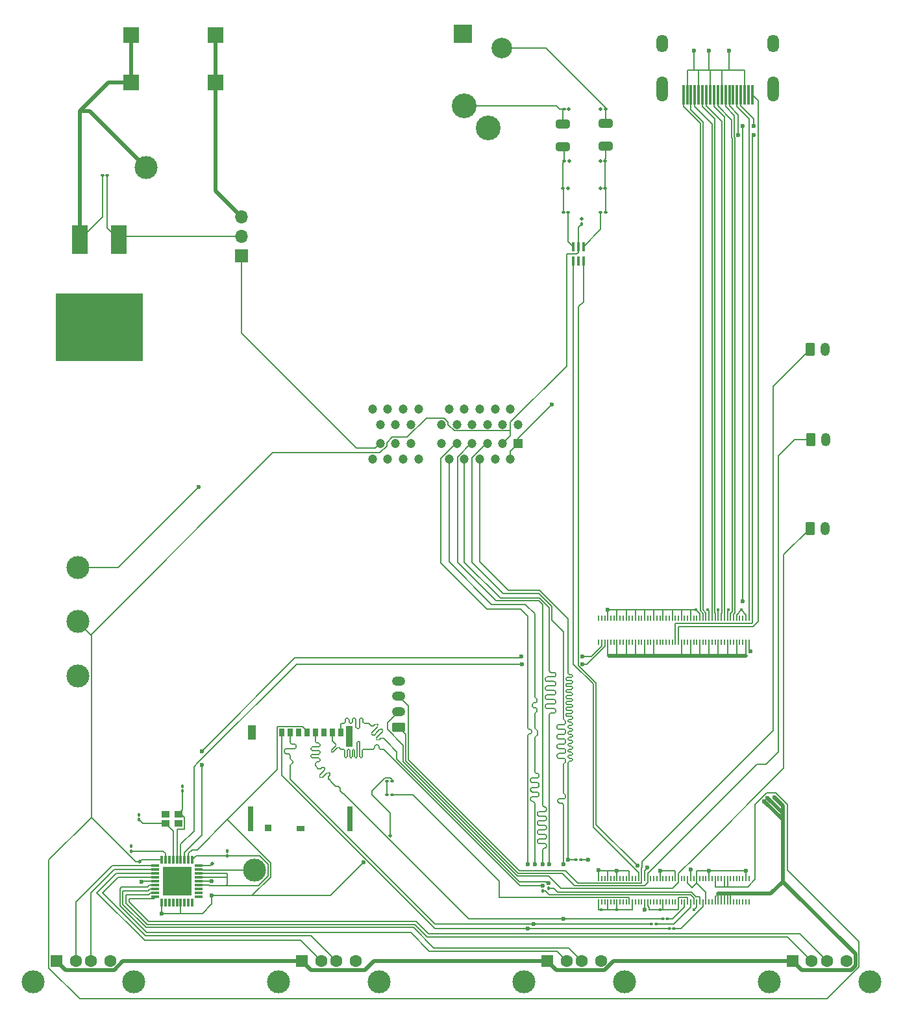
<source format=gbr>
%TF.GenerationSoftware,KiCad,Pcbnew,8.0.8*%
%TF.CreationDate,2025-08-13T22:48:37+02:00*%
%TF.ProjectId,RetroConsoleMk3,52657472-6f43-46f6-9e73-6f6c654d6b33,rev?*%
%TF.SameCoordinates,PX237a085PY9f06730*%
%TF.FileFunction,Copper,L1,Top*%
%TF.FilePolarity,Positive*%
%FSLAX46Y46*%
G04 Gerber Fmt 4.6, Leading zero omitted, Abs format (unit mm)*
G04 Created by KiCad (PCBNEW 8.0.8) date 2025-08-13 22:48:37*
%MOMM*%
%LPD*%
G01*
G04 APERTURE LIST*
G04 Aperture macros list*
%AMRoundRect*
0 Rectangle with rounded corners*
0 $1 Rounding radius*
0 $2 $3 $4 $5 $6 $7 $8 $9 X,Y pos of 4 corners*
0 Add a 4 corners polygon primitive as box body*
4,1,4,$2,$3,$4,$5,$6,$7,$8,$9,$2,$3,0*
0 Add four circle primitives for the rounded corners*
1,1,$1+$1,$2,$3*
1,1,$1+$1,$4,$5*
1,1,$1+$1,$6,$7*
1,1,$1+$1,$8,$9*
0 Add four rect primitives between the rounded corners*
20,1,$1+$1,$2,$3,$4,$5,0*
20,1,$1+$1,$4,$5,$6,$7,0*
20,1,$1+$1,$6,$7,$8,$9,0*
20,1,$1+$1,$8,$9,$2,$3,0*%
G04 Aperture macros list end*
%TA.AperFunction,SMDPad,CuDef*%
%ADD10RoundRect,0.100000X-0.100000X0.130000X-0.100000X-0.130000X0.100000X-0.130000X0.100000X0.130000X0*%
%TD*%
%TA.AperFunction,SMDPad,CuDef*%
%ADD11C,3.000000*%
%TD*%
%TA.AperFunction,SMDPad,CuDef*%
%ADD12RoundRect,0.100000X0.100000X-0.130000X0.100000X0.130000X-0.100000X0.130000X-0.100000X-0.130000X0*%
%TD*%
%TA.AperFunction,ComponentPad*%
%ADD13R,1.600000X1.500000*%
%TD*%
%TA.AperFunction,ComponentPad*%
%ADD14C,1.600000*%
%TD*%
%TA.AperFunction,ComponentPad*%
%ADD15C,3.000000*%
%TD*%
%TA.AperFunction,SMDPad,CuDef*%
%ADD16R,0.700000X1.100000*%
%TD*%
%TA.AperFunction,SMDPad,CuDef*%
%ADD17R,0.900000X0.930000*%
%TD*%
%TA.AperFunction,SMDPad,CuDef*%
%ADD18R,1.050000X0.780000*%
%TD*%
%TA.AperFunction,SMDPad,CuDef*%
%ADD19R,0.700000X3.330000*%
%TD*%
%TA.AperFunction,SMDPad,CuDef*%
%ADD20R,1.140000X1.830000*%
%TD*%
%TA.AperFunction,SMDPad,CuDef*%
%ADD21R,0.860000X2.800000*%
%TD*%
%TA.AperFunction,ComponentPad*%
%ADD22RoundRect,0.250000X-0.350000X-0.625000X0.350000X-0.625000X0.350000X0.625000X-0.350000X0.625000X0*%
%TD*%
%TA.AperFunction,ComponentPad*%
%ADD23O,1.200000X1.750000*%
%TD*%
%TA.AperFunction,SMDPad,CuDef*%
%ADD24RoundRect,0.250000X-0.650000X0.325000X-0.650000X-0.325000X0.650000X-0.325000X0.650000X0.325000X0*%
%TD*%
%TA.AperFunction,ComponentPad*%
%ADD25R,2.415000X2.415000*%
%TD*%
%TA.AperFunction,ComponentPad*%
%ADD26C,3.225000*%
%TD*%
%TA.AperFunction,ComponentPad*%
%ADD27C,2.685000*%
%TD*%
%TA.AperFunction,SMDPad,CuDef*%
%ADD28R,2.000000X2.000000*%
%TD*%
%TA.AperFunction,SMDPad,CuDef*%
%ADD29RoundRect,0.100000X0.130000X0.100000X-0.130000X0.100000X-0.130000X-0.100000X0.130000X-0.100000X0*%
%TD*%
%TA.AperFunction,SMDPad,CuDef*%
%ADD30RoundRect,0.100000X-0.130000X-0.100000X0.130000X-0.100000X0.130000X0.100000X-0.130000X0.100000X0*%
%TD*%
%TA.AperFunction,SMDPad,CuDef*%
%ADD31R,1.000000X0.900000*%
%TD*%
%TA.AperFunction,SMDPad,CuDef*%
%ADD32R,0.400000X1.200000*%
%TD*%
%TA.AperFunction,SMDPad,CuDef*%
%ADD33R,0.200000X0.700000*%
%TD*%
%TA.AperFunction,ComponentPad*%
%ADD34R,1.700000X1.700000*%
%TD*%
%TA.AperFunction,ComponentPad*%
%ADD35O,1.700000X1.700000*%
%TD*%
%TA.AperFunction,ComponentPad*%
%ADD36R,1.200000X1.200000*%
%TD*%
%TA.AperFunction,ComponentPad*%
%ADD37C,1.200000*%
%TD*%
%TA.AperFunction,SMDPad,CuDef*%
%ADD38R,0.300000X2.600000*%
%TD*%
%TA.AperFunction,ComponentPad*%
%ADD39O,1.500000X3.300000*%
%TD*%
%TA.AperFunction,ComponentPad*%
%ADD40O,1.500000X2.300000*%
%TD*%
%TA.AperFunction,SMDPad,CuDef*%
%ADD41R,2.080000X3.810000*%
%TD*%
%TA.AperFunction,SMDPad,CuDef*%
%ADD42R,11.430000X8.890000*%
%TD*%
%TA.AperFunction,ComponentPad*%
%ADD43RoundRect,0.250000X0.625000X-0.350000X0.625000X0.350000X-0.625000X0.350000X-0.625000X-0.350000X0*%
%TD*%
%TA.AperFunction,ComponentPad*%
%ADD44O,1.750000X1.200000*%
%TD*%
%TA.AperFunction,SMDPad,CuDef*%
%ADD45R,1.100000X0.300000*%
%TD*%
%TA.AperFunction,SMDPad,CuDef*%
%ADD46R,0.300000X1.100000*%
%TD*%
%TA.AperFunction,SMDPad,CuDef*%
%ADD47R,3.800000X3.800000*%
%TD*%
%TA.AperFunction,ViaPad*%
%ADD48C,0.600000*%
%TD*%
%TA.AperFunction,ViaPad*%
%ADD49C,0.500000*%
%TD*%
%TA.AperFunction,ViaPad*%
%ADD50C,0.400000*%
%TD*%
%TA.AperFunction,Conductor*%
%ADD51C,0.200000*%
%TD*%
%TA.AperFunction,Conductor*%
%ADD52C,0.500000*%
%TD*%
G04 APERTURE END LIST*
D10*
%TO.P,R13,1*%
%TO.N,SD_DAT0*%
X73449995Y19120000D03*
%TO.P,R13,2*%
%TO.N,Net-(Module1A-SD_DAT0)*%
X73449995Y18480000D03*
%TD*%
D11*
%TO.P,TP3,1,1*%
%TO.N,3V3*%
X12799995Y53600000D03*
%TD*%
D12*
%TO.P,C3,1*%
%TO.N,3V3*%
X78549995Y105430000D03*
%TO.P,C3,2*%
%TO.N,GND*%
X78549995Y106070000D03*
%TD*%
D13*
%TO.P,J7,1,VBUS*%
%TO.N,VCC*%
X106049995Y9360000D03*
D14*
%TO.P,J7,2,D-*%
%TO.N,Net-(IC1-USBDM_DN4{slash}PRT_DIS_M4)*%
X108549995Y9360000D03*
%TO.P,J7,3,D+*%
%TO.N,Net-(IC1-USBDP_DN4{slash}PRT_DIS_P4)*%
X110549995Y9360000D03*
%TO.P,J7,4,GND*%
%TO.N,GND*%
X113049995Y9360000D03*
D15*
%TO.P,J7,5,Shield*%
X102979995Y6650000D03*
X116119995Y6650000D03*
%TD*%
D16*
%TO.P,J2,1,DAT2*%
%TO.N,SD_DAT2*%
X39419995Y39125000D03*
%TO.P,J2,2,DAT3/CD*%
%TO.N,SD_DAT3*%
X40519995Y39125000D03*
%TO.P,J2,3,CMD*%
%TO.N,SD_CMD*%
X41619995Y39125000D03*
%TO.P,J2,4,VDD*%
%TO.N,3V3*%
X42719995Y39125000D03*
%TO.P,J2,5,CLK*%
%TO.N,SD_CLK*%
X43819995Y39125000D03*
%TO.P,J2,6,VSS*%
%TO.N,GND*%
X44919995Y39125000D03*
%TO.P,J2,7,DAT0*%
%TO.N,SD_DAT0*%
X46019995Y39125000D03*
%TO.P,J2,8,DAT1*%
%TO.N,SD_DAT1*%
X47119995Y39125000D03*
D17*
%TO.P,J2,9,SHIELD*%
%TO.N,GND*%
X37629995Y26660000D03*
D18*
%TO.P,J2,10*%
%TO.N,N/C*%
X41894995Y26585000D03*
D19*
%TO.P,J2,11*%
X35319995Y27860000D03*
D20*
X35539995Y39110000D03*
D21*
X48199995Y38625000D03*
D19*
X48279995Y27860000D03*
%TD*%
D22*
%TO.P,J11,1,Pin_1*%
%TO.N,GPIO4*%
X108299995Y65750000D03*
D23*
%TO.P,J11,2,Pin_2*%
%TO.N,GND*%
X110299995Y65750000D03*
%TD*%
D24*
%TO.P,C7,1*%
%TO.N,AUDIO_OUT_R*%
X81699995Y118575000D03*
%TO.P,C7,2*%
%TO.N,Net-(C6-Pad1)*%
X81699995Y115625000D03*
%TD*%
D25*
%TO.P,J10,1,SLEEVE*%
%TO.N,GND*%
X63034495Y130256500D03*
D26*
%TO.P,J10,2,TIP*%
%TO.N,AUDIO_OUT_L*%
X63254495Y120856500D03*
%TO.P,J10,3,TIP_SWITCH_*%
%TO.N,unconnected-(J10-TIP_SWITCH_-Pad3)*%
X66324495Y117956500D03*
D27*
%TO.P,J10,5,RING*%
%TO.N,AUDIO_OUT_R*%
X68114495Y128356500D03*
%TD*%
D28*
%TO.P,J8,2,2*%
%TO.N,GND_SUPPLY*%
X19799995Y130100000D03*
%TO.P,J8,3,3*%
X19799995Y123900000D03*
%TO.P,J8,A1,A1*%
%TO.N,VCC*%
X30799995Y130100000D03*
%TO.P,J8,B1,B1*%
X30799995Y123900000D03*
%TD*%
D29*
%TO.P,R7,1*%
%TO.N,Net-(C6-Pad1)*%
X81649995Y106945000D03*
%TO.P,R7,2*%
%TO.N,Net-(IC2-Y2)*%
X81009995Y106945000D03*
%TD*%
D30*
%TO.P,R12,1*%
%TO.N,SD_DAT3*%
X87634995Y14150000D03*
%TO.P,R12,2*%
%TO.N,Net-(Module1A-SD_DAT3)*%
X88274995Y14150000D03*
%TD*%
D31*
%TO.P,Y1,1,CRYSTAL_1*%
%TO.N,USB_XTAL_OUT*%
X25949995Y28476000D03*
%TO.P,Y1,2,GND_1*%
%TO.N,GND*%
X24299995Y28476000D03*
%TO.P,Y1,3,CRYSTAL_2*%
%TO.N,USB_XTAL_IN*%
X24299995Y27250000D03*
%TO.P,Y1,4,GND_2*%
%TO.N,GND*%
X25949995Y27250000D03*
%TD*%
D30*
%TO.P,R1,1*%
%TO.N,Net-(D1-K)*%
X53134995Y31000000D03*
%TO.P,R1,2*%
%TO.N,LED_ACTIVITY*%
X53774995Y31000000D03*
%TD*%
D13*
%TO.P,J5,1,VBUS*%
%TO.N,VCC*%
X42049995Y9360000D03*
D14*
%TO.P,J5,2,D-*%
%TO.N,Net-(IC1-USBDM_DN2{slash}PRT_DIS_M2)*%
X44549995Y9360000D03*
%TO.P,J5,3,D+*%
%TO.N,Net-(IC1-USBDP_DN2{slash}PRT_DIS_P2)*%
X46549995Y9360000D03*
%TO.P,J5,4,GND*%
%TO.N,GND*%
X49049995Y9360000D03*
D15*
%TO.P,J5,5,Shield*%
X38979995Y6650000D03*
X52119995Y6650000D03*
%TD*%
D22*
%TO.P,J13,1,Pin_1*%
%TO.N,GPIO6*%
X108299995Y89050000D03*
D23*
%TO.P,J13,2,Pin_2*%
%TO.N,GND*%
X110299995Y89050000D03*
%TD*%
D11*
%TO.P,TP4,1,1*%
%TO.N,GND*%
X12799995Y46500000D03*
%TD*%
D30*
%TO.P,R5,1*%
%TO.N,Net-(C4-Pad1)*%
X76274995Y113600000D03*
%TO.P,R5,2*%
%TO.N,GND*%
X76914995Y113600000D03*
%TD*%
D32*
%TO.P,IC2,1,A1*%
%TO.N,AUDIO_L*%
X77449995Y100600000D03*
%TO.P,IC2,2,GND*%
%TO.N,GND*%
X78099995Y100600000D03*
%TO.P,IC2,3,A2*%
%TO.N,AUDIO_R*%
X78749995Y100600000D03*
%TO.P,IC2,4,Y2*%
%TO.N,Net-(IC2-Y2)*%
X78749995Y102500000D03*
%TO.P,IC2,5,VCC*%
%TO.N,3V3*%
X78099995Y102500000D03*
%TO.P,IC2,6,Y1*%
%TO.N,Net-(IC2-Y1)*%
X77449995Y102500000D03*
%TD*%
D30*
%TO.P,R6,1*%
%TO.N,AUDIO_OUT_L*%
X76209995Y120400000D03*
%TO.P,R6,2*%
%TO.N,GND*%
X76849995Y120400000D03*
%TD*%
D33*
%TO.P,Module1,1,GND*%
%TO.N,GND*%
X80749995Y17000000D03*
%TO.P,Module1,2,GND*%
X80749995Y20080000D03*
%TO.P,Module1,3,Ethernet_Pair3_P*%
%TO.N,unconnected-(Module1A-Ethernet_Pair3_P-Pad3)*%
X81149995Y17000000D03*
%TO.P,Module1,4,Ethernet_Pair1_P*%
%TO.N,unconnected-(Module1A-Ethernet_Pair1_P-Pad4)*%
X81149995Y20080000D03*
%TO.P,Module1,5,Ethernet_Pair3_N*%
%TO.N,unconnected-(Module1A-Ethernet_Pair3_N-Pad5)*%
X81549995Y17000000D03*
%TO.P,Module1,6,Ethernet_Pair1_N*%
%TO.N,unconnected-(Module1A-Ethernet_Pair1_N-Pad6)*%
X81549995Y20080000D03*
%TO.P,Module1,7,GND*%
%TO.N,GND*%
X81949995Y17000000D03*
%TO.P,Module1,8,GND*%
X81949995Y20080000D03*
%TO.P,Module1,9,Ethernet_Pair2_N*%
%TO.N,unconnected-(Module1A-Ethernet_Pair2_N-Pad9)*%
X82349995Y17000000D03*
%TO.P,Module1,10,Ethernet_Pair0_N*%
%TO.N,unconnected-(Module1A-Ethernet_Pair0_N-Pad10)*%
X82349995Y20080000D03*
%TO.P,Module1,11,Ethernet_Pair2_P*%
%TO.N,unconnected-(Module1A-Ethernet_Pair2_P-Pad11)*%
X82749995Y17000000D03*
%TO.P,Module1,12,Ethernet_Pair0_P*%
%TO.N,unconnected-(Module1A-Ethernet_Pair0_P-Pad12)*%
X82749995Y20080000D03*
%TO.P,Module1,13,GND*%
%TO.N,GND*%
X83149995Y17000000D03*
%TO.P,Module1,14,GND*%
X83149995Y20080000D03*
%TO.P,Module1,15,Ethernet_nLED3(3.3v)*%
%TO.N,unconnected-(Module1A-Ethernet_nLED3(3.3v)-Pad15)*%
X83549995Y17000000D03*
%TO.P,Module1,16,Ethernet_SYNC_IN(1.8v)*%
%TO.N,unconnected-(Module1A-Ethernet_SYNC_IN(1.8v)-Pad16)*%
X83549995Y20080000D03*
%TO.P,Module1,17,Ethernet_nLED2(3.3v)*%
%TO.N,unconnected-(Module1A-Ethernet_nLED2(3.3v)-Pad17)*%
X83949995Y17000000D03*
%TO.P,Module1,18,Ethernet_SYNC_OUT(1.8v)*%
%TO.N,unconnected-(Module1A-Ethernet_SYNC_OUT(1.8v)-Pad18)*%
X83949995Y20080000D03*
%TO.P,Module1,19,Ethernet_nLED1(3.3v)*%
%TO.N,unconnected-(Module1A-Ethernet_nLED1(3.3v)-Pad19)*%
X84349995Y17000000D03*
%TO.P,Module1,20,EEPROM_nWP*%
%TO.N,unconnected-(Module1A-EEPROM_nWP-Pad20)*%
X84349995Y20080000D03*
%TO.P,Module1,21,PI_nLED_Activity*%
%TO.N,LED_ACTIVITY*%
X84749995Y17000000D03*
%TO.P,Module1,22,GND*%
%TO.N,GND*%
X84749995Y20080000D03*
%TO.P,Module1,23,GND*%
X85149995Y17000000D03*
%TO.P,Module1,24,GPIO26*%
%TO.N,unconnected-(Module1A-GPIO26-Pad24)*%
X85149995Y20080000D03*
%TO.P,Module1,25,GPIO21*%
%TO.N,unconnected-(Module1A-GPIO21-Pad25)*%
X85549995Y17000000D03*
%TO.P,Module1,26,GPIO19*%
%TO.N,unconnected-(Module1A-GPIO19-Pad26)*%
X85549995Y20080000D03*
%TO.P,Module1,27,GPIO20*%
%TO.N,unconnected-(Module1A-GPIO20-Pad27)*%
X85949995Y17000000D03*
%TO.P,Module1,28,GPIO13*%
%TO.N,AUDIO_L*%
X85949995Y20080000D03*
%TO.P,Module1,29,GPIO16*%
%TO.N,unconnected-(Module1A-GPIO16-Pad29)*%
X86349995Y17000000D03*
%TO.P,Module1,30,GPIO6*%
%TO.N,GPIO6*%
X86349995Y20080000D03*
%TO.P,Module1,31,GPIO12*%
%TO.N,AUDIO_R*%
X86749995Y17000000D03*
%TO.P,Module1,32,GND*%
%TO.N,GND*%
X86749995Y20080000D03*
%TO.P,Module1,33,GND*%
X87149995Y17000000D03*
%TO.P,Module1,34,GPIO5*%
%TO.N,GPIO5*%
X87149995Y20080000D03*
%TO.P,Module1,35,ID_SC*%
%TO.N,unconnected-(Module1A-ID_SC-Pad35)*%
X87549995Y17000000D03*
%TO.P,Module1,36,ID_SD*%
%TO.N,unconnected-(Module1A-ID_SD-Pad36)*%
X87549995Y20080000D03*
%TO.P,Module1,37,GPIO7*%
%TO.N,unconnected-(Module1A-GPIO7-Pad37)*%
X87949995Y17000000D03*
%TO.P,Module1,38,GPIO11*%
%TO.N,unconnected-(Module1A-GPIO11-Pad38)*%
X87949995Y20080000D03*
%TO.P,Module1,39,GPIO8*%
%TO.N,unconnected-(Module1A-GPIO8-Pad39)*%
X88349995Y17000000D03*
%TO.P,Module1,40,GPIO9*%
%TO.N,unconnected-(Module1A-GPIO9-Pad40)*%
X88349995Y20080000D03*
%TO.P,Module1,41,GPIO25*%
%TO.N,unconnected-(Module1A-GPIO25-Pad41)*%
X88749995Y17000000D03*
%TO.P,Module1,42,GND*%
%TO.N,GND*%
X88749995Y20080000D03*
%TO.P,Module1,43,GND*%
X89149995Y17000000D03*
%TO.P,Module1,44,GPIO10*%
%TO.N,unconnected-(Module1A-GPIO10-Pad44)*%
X89149995Y20080000D03*
%TO.P,Module1,45,GPIO24*%
%TO.N,unconnected-(Module1A-GPIO24-Pad45)*%
X89549995Y17000000D03*
%TO.P,Module1,46,GPIO22*%
%TO.N,unconnected-(Module1A-GPIO22-Pad46)*%
X89549995Y20080000D03*
%TO.P,Module1,47,GPIO23*%
%TO.N,unconnected-(Module1A-GPIO23-Pad47)*%
X89949995Y17000000D03*
%TO.P,Module1,48,GPIO27*%
%TO.N,unconnected-(Module1A-GPIO27-Pad48)*%
X89949995Y20080000D03*
%TO.P,Module1,49,GPIO18*%
%TO.N,unconnected-(Module1A-GPIO18-Pad49)*%
X90349995Y17000000D03*
%TO.P,Module1,50,GPIO17*%
%TO.N,unconnected-(Module1A-GPIO17-Pad50)*%
X90349995Y20080000D03*
%TO.P,Module1,51,GPIO15*%
%TO.N,unconnected-(Module1A-GPIO15-Pad51)*%
X90749995Y17000000D03*
%TO.P,Module1,52,GND*%
%TO.N,GND*%
X90749995Y20080000D03*
%TO.P,Module1,53,GND*%
X91149995Y17000000D03*
%TO.P,Module1,54,GPIO4*%
%TO.N,GPIO4*%
X91149995Y20080000D03*
%TO.P,Module1,55,GPIO14*%
%TO.N,unconnected-(Module1A-GPIO14-Pad55)*%
X91549995Y17000000D03*
%TO.P,Module1,56,GPIO3*%
%TO.N,unconnected-(Module1A-GPIO3-Pad56)*%
X91549995Y20080000D03*
%TO.P,Module1,57,SD_CLK*%
%TO.N,Net-(Module1A-SD_CLK)*%
X91949995Y17000000D03*
%TO.P,Module1,58,GPIO2*%
%TO.N,unconnected-(Module1A-GPIO2-Pad58)*%
X91949995Y20080000D03*
%TO.P,Module1,59,GND*%
%TO.N,GND*%
X92349995Y17000000D03*
%TO.P,Module1,60,GND*%
X92349995Y20080000D03*
%TO.P,Module1,61,SD_DAT3*%
%TO.N,Net-(Module1A-SD_DAT3)*%
X92749995Y17000000D03*
%TO.P,Module1,62,SD_CMD*%
%TO.N,Net-(Module1A-SD_CMD)*%
X92749995Y20080000D03*
%TO.P,Module1,63,SD_DAT0*%
%TO.N,Net-(Module1A-SD_DAT0)*%
X93149995Y17000000D03*
%TO.P,Module1,64,SD_DAT5*%
%TO.N,unconnected-(Module1A-SD_DAT5-Pad64)*%
X93149995Y20080000D03*
%TO.P,Module1,65,GND*%
%TO.N,GND*%
X93549995Y17000000D03*
%TO.P,Module1,66,GND*%
X93549995Y20080000D03*
%TO.P,Module1,67,SD_DAT1*%
%TO.N,Net-(Module1A-SD_DAT1)*%
X93949995Y17000000D03*
%TO.P,Module1,68,SD_DAT4*%
%TO.N,unconnected-(Module1A-SD_DAT4-Pad68)*%
X93949995Y20080000D03*
%TO.P,Module1,69,SD_DAT2*%
%TO.N,Net-(Module1A-SD_DAT2)*%
X94349995Y17000000D03*
%TO.P,Module1,70,SD_DAT7*%
%TO.N,unconnected-(Module1A-SD_DAT7-Pad70)*%
X94349995Y20080000D03*
%TO.P,Module1,71,GND*%
%TO.N,GND*%
X94749995Y17000000D03*
%TO.P,Module1,72,SD_DAT6*%
%TO.N,unconnected-(Module1A-SD_DAT6-Pad72)*%
X94749995Y20080000D03*
%TO.P,Module1,73,SD_VDD_Override*%
%TO.N,unconnected-(Module1A-SD_VDD_Override-Pad73)*%
X95149995Y17000000D03*
%TO.P,Module1,74,GND*%
%TO.N,GND*%
X95149995Y20080000D03*
%TO.P,Module1,75,SD_PWR_ON*%
%TO.N,unconnected-(Module1A-SD_PWR_ON-Pad75)*%
X95549995Y17000000D03*
%TO.P,Module1,76,Reserved*%
%TO.N,unconnected-(Module1A-Reserved-Pad76)*%
X95549995Y20080000D03*
%TO.P,Module1,77,+5v_(Input)*%
%TO.N,VCC*%
X95949995Y17000000D03*
%TO.P,Module1,78,GPIO_VREF(1.8v/3.3v_Input)*%
%TO.N,3V3*%
X95949995Y20080000D03*
%TO.P,Module1,79,+5v_(Input)*%
%TO.N,VCC*%
X96349995Y17000000D03*
%TO.P,Module1,80,SCL0*%
%TO.N,unconnected-(Module1A-SCL0-Pad80)*%
X96349995Y20080000D03*
%TO.P,Module1,81,+5v_(Input)*%
%TO.N,VCC*%
X96749995Y17000000D03*
%TO.P,Module1,82,SDA0*%
%TO.N,unconnected-(Module1A-SDA0-Pad82)*%
X96749995Y20080000D03*
%TO.P,Module1,83,+5v_(Input)*%
%TO.N,VCC*%
X97149995Y17000000D03*
%TO.P,Module1,84,+3.3v_(Output)*%
%TO.N,3V3*%
X97149995Y20080000D03*
%TO.P,Module1,85,+5v_(Input)*%
%TO.N,VCC*%
X97549995Y17000000D03*
%TO.P,Module1,86,+3.3v_(Output)*%
%TO.N,3V3*%
X97549995Y20080000D03*
%TO.P,Module1,87,+5v_(Input)*%
%TO.N,VCC*%
X97949995Y17000000D03*
%TO.P,Module1,88,+1.8v_(Output)*%
%TO.N,unconnected-(Module1A-+1.8v_(Output)-Pad88)*%
X97949995Y20080000D03*
%TO.P,Module1,89,WiFi_nDisable*%
%TO.N,unconnected-(Module1A-WiFi_nDisable-Pad89)*%
X98349995Y17000000D03*
%TO.P,Module1,90,+1.8v_(Output)*%
%TO.N,unconnected-(Module1A-+1.8v_(Output)-Pad90)*%
X98349995Y20080000D03*
%TO.P,Module1,91,BT_nDisable*%
%TO.N,unconnected-(Module1A-BT_nDisable-Pad91)*%
X98749995Y17000000D03*
%TO.P,Module1,92,RUN_PG*%
%TO.N,unconnected-(Module1A-RUN_PG-Pad92)*%
X98749995Y20080000D03*
%TO.P,Module1,93,nRPIBOOT*%
%TO.N,unconnected-(Module1A-nRPIBOOT-Pad93)*%
X99149995Y17000000D03*
%TO.P,Module1,94,AnalogIP1*%
%TO.N,unconnected-(Module1A-AnalogIP1-Pad94)*%
X99149995Y20080000D03*
%TO.P,Module1,95,nPI_LED_PWR*%
%TO.N,unconnected-(Module1A-nPI_LED_PWR-Pad95)*%
X99549995Y17000000D03*
%TO.P,Module1,96,AnalogIP0*%
%TO.N,unconnected-(Module1A-AnalogIP0-Pad96)*%
X99549995Y20080000D03*
%TO.P,Module1,97,Camera_GPIO*%
%TO.N,unconnected-(Module1A-Camera_GPIO-Pad97)*%
X99949995Y17000000D03*
%TO.P,Module1,98,GND*%
%TO.N,GND*%
X99949995Y20080000D03*
%TO.P,Module1,99,Global_EN*%
%TO.N,unconnected-(Module1A-Global_EN-Pad99)*%
X100349995Y17000000D03*
%TO.P,Module1,100,nEXTRST*%
%TO.N,unconnected-(Module1A-nEXTRST-Pad100)*%
X100349995Y20080000D03*
%TO.P,Module1,101,USB_OTG_ID*%
%TO.N,unconnected-(Module1B-USB_OTG_ID-Pad101)*%
X80749995Y50920000D03*
%TO.P,Module1,102,PCIe_CLK_nREQ*%
%TO.N,unconnected-(Module1B-PCIe_CLK_nREQ-Pad102)*%
X80749995Y54000000D03*
%TO.P,Module1,103,USB2_N*%
%TO.N,USB_D-*%
X81149995Y50920000D03*
%TO.P,Module1,104,Reserved*%
%TO.N,unconnected-(Module1B-Reserved-Pad104)*%
X81149995Y54000000D03*
%TO.P,Module1,105,USB2_P*%
%TO.N,USB_D+*%
X81549995Y50920000D03*
%TO.P,Module1,106,Reserved*%
%TO.N,unconnected-(Module1B-Reserved-Pad106)*%
X81549995Y54000000D03*
%TO.P,Module1,107,GND*%
%TO.N,GND*%
X81949995Y50920000D03*
%TO.P,Module1,108,GND*%
X81949995Y54000000D03*
%TO.P,Module1,109,PCIe_nRST*%
%TO.N,unconnected-(Module1B-PCIe_nRST-Pad109)*%
X82349995Y50920000D03*
%TO.P,Module1,110,PCIe_CLK_P*%
%TO.N,unconnected-(Module1B-PCIe_CLK_P-Pad110)*%
X82349995Y54000000D03*
%TO.P,Module1,111,VDAC_COMP*%
%TO.N,unconnected-(Module1B-VDAC_COMP-Pad111)*%
X82749995Y50920000D03*
%TO.P,Module1,112,PCIe_CLK_N*%
%TO.N,unconnected-(Module1B-PCIe_CLK_N-Pad112)*%
X82749995Y54000000D03*
%TO.P,Module1,113,GND*%
%TO.N,GND*%
X83149995Y50920000D03*
%TO.P,Module1,114,GND*%
X83149995Y54000000D03*
%TO.P,Module1,115,CAM1_D0_N*%
%TO.N,unconnected-(Module1B-CAM1_D0_N-Pad115)*%
X83549995Y50920000D03*
%TO.P,Module1,116,PCIe_RX_P*%
%TO.N,unconnected-(Module1B-PCIe_RX_P-Pad116)*%
X83549995Y54000000D03*
%TO.P,Module1,117,CAM1_D0_P*%
%TO.N,unconnected-(Module1B-CAM1_D0_P-Pad117)*%
X83949995Y50920000D03*
%TO.P,Module1,118,PCIe_RX_N*%
%TO.N,unconnected-(Module1B-PCIe_RX_N-Pad118)*%
X83949995Y54000000D03*
%TO.P,Module1,119,GND*%
%TO.N,GND*%
X84349995Y50920000D03*
%TO.P,Module1,120,GND*%
X84349995Y54000000D03*
%TO.P,Module1,121,CAM1_D1_N*%
%TO.N,unconnected-(Module1B-CAM1_D1_N-Pad121)*%
X84749995Y50920000D03*
%TO.P,Module1,122,PCIe_TX_P*%
%TO.N,unconnected-(Module1B-PCIe_TX_P-Pad122)*%
X84749995Y54000000D03*
%TO.P,Module1,123,CAM1_D1_P*%
%TO.N,unconnected-(Module1B-CAM1_D1_P-Pad123)*%
X85149995Y50920000D03*
%TO.P,Module1,124,PCIe_TX_N*%
%TO.N,unconnected-(Module1B-PCIe_TX_N-Pad124)*%
X85149995Y54000000D03*
%TO.P,Module1,125,GND*%
%TO.N,GND*%
X85549995Y50920000D03*
%TO.P,Module1,126,GND*%
X85549995Y54000000D03*
%TO.P,Module1,127,CAM1_C_N*%
%TO.N,unconnected-(Module1B-CAM1_C_N-Pad127)*%
X85949995Y50920000D03*
%TO.P,Module1,128,CAM0_D0_N*%
%TO.N,unconnected-(Module1B-CAM0_D0_N-Pad128)*%
X85949995Y54000000D03*
%TO.P,Module1,129,CAM1_C_P*%
%TO.N,unconnected-(Module1B-CAM1_C_P-Pad129)*%
X86349995Y50920000D03*
%TO.P,Module1,130,CAM0_D0_P*%
%TO.N,unconnected-(Module1B-CAM0_D0_P-Pad130)*%
X86349995Y54000000D03*
%TO.P,Module1,131,GND*%
%TO.N,GND*%
X86749995Y50920000D03*
%TO.P,Module1,132,GND*%
X86749995Y54000000D03*
%TO.P,Module1,133,CAM1_D2_N*%
%TO.N,unconnected-(Module1B-CAM1_D2_N-Pad133)*%
X87149995Y50920000D03*
%TO.P,Module1,134,CAM0_D1_N*%
%TO.N,unconnected-(Module1B-CAM0_D1_N-Pad134)*%
X87149995Y54000000D03*
%TO.P,Module1,135,CAM1_D2_P*%
%TO.N,unconnected-(Module1B-CAM1_D2_P-Pad135)*%
X87549995Y50920000D03*
%TO.P,Module1,136,CAM0_D1_P*%
%TO.N,unconnected-(Module1B-CAM0_D1_P-Pad136)*%
X87549995Y54000000D03*
%TO.P,Module1,137,GND*%
%TO.N,GND*%
X87949995Y50920000D03*
%TO.P,Module1,138,GND*%
X87949995Y54000000D03*
%TO.P,Module1,139,CAM1_D3_N*%
%TO.N,unconnected-(Module1B-CAM1_D3_N-Pad139)*%
X88349995Y50920000D03*
%TO.P,Module1,140,CAM0_C_N*%
%TO.N,unconnected-(Module1B-CAM0_C_N-Pad140)*%
X88349995Y54000000D03*
%TO.P,Module1,141,CAM1_D3_P*%
%TO.N,unconnected-(Module1B-CAM1_D3_P-Pad141)*%
X88749995Y50920000D03*
%TO.P,Module1,142,CAM0_C_P*%
%TO.N,unconnected-(Module1B-CAM0_C_P-Pad142)*%
X88749995Y54000000D03*
%TO.P,Module1,143,HDMI1_HOTPLUG*%
%TO.N,unconnected-(Module1B-HDMI1_HOTPLUG-Pad143)*%
X89149995Y50920000D03*
%TO.P,Module1,144,GND*%
%TO.N,GND*%
X89149995Y54000000D03*
%TO.P,Module1,145,HDMI1_SDA*%
%TO.N,unconnected-(Module1B-HDMI1_SDA-Pad145)*%
X89549995Y50920000D03*
%TO.P,Module1,146,HDMI1_TX2_P*%
%TO.N,unconnected-(Module1B-HDMI1_TX2_P-Pad146)*%
X89549995Y54000000D03*
%TO.P,Module1,147,HDMI1_SCL*%
%TO.N,unconnected-(Module1B-HDMI1_SCL-Pad147)*%
X89949995Y50920000D03*
%TO.P,Module1,148,HDMI1_TX2_N*%
%TO.N,unconnected-(Module1B-HDMI1_TX2_N-Pad148)*%
X89949995Y54000000D03*
%TO.P,Module1,149,HDMI1_CEC*%
%TO.N,unconnected-(Module1B-HDMI1_CEC-Pad149)*%
X90349995Y50920000D03*
%TO.P,Module1,150,GND*%
%TO.N,GND*%
X90349995Y54000000D03*
%TO.P,Module1,151,HDMI0_CEC*%
%TO.N,HDMI_CEC*%
X90749995Y50920000D03*
%TO.P,Module1,152,HDMI1_TX1_P*%
%TO.N,unconnected-(Module1B-HDMI1_TX1_P-Pad152)*%
X90749995Y54000000D03*
%TO.P,Module1,153,HDMI0_HOTPLUG*%
%TO.N,HDMI_HEAC-*%
X91149995Y50920000D03*
%TO.P,Module1,154,HDMI1_TX1_N*%
%TO.N,unconnected-(Module1B-HDMI1_TX1_N-Pad154)*%
X91149995Y54000000D03*
%TO.P,Module1,155,GND*%
%TO.N,GND*%
X91549995Y50920000D03*
%TO.P,Module1,156,GND*%
X91549995Y54000000D03*
%TO.P,Module1,157,DSI0_D0_N*%
%TO.N,unconnected-(Module1B-DSI0_D0_N-Pad157)*%
X91949995Y50920000D03*
%TO.P,Module1,158,HDMI1_TX0_P*%
%TO.N,unconnected-(Module1B-HDMI1_TX0_P-Pad158)*%
X91949995Y54000000D03*
%TO.P,Module1,159,DSI0_D0_P*%
%TO.N,unconnected-(Module1B-DSI0_D0_P-Pad159)*%
X92349995Y50920000D03*
%TO.P,Module1,160,HDMI1_TX0_N*%
%TO.N,unconnected-(Module1B-HDMI1_TX0_N-Pad160)*%
X92349995Y54000000D03*
%TO.P,Module1,161,GND*%
%TO.N,GND*%
X92749995Y50920000D03*
%TO.P,Module1,162,GND*%
X92749995Y54000000D03*
%TO.P,Module1,163,DSI0_D1_N*%
%TO.N,unconnected-(Module1B-DSI0_D1_N-Pad163)*%
X93149995Y50920000D03*
%TO.P,Module1,164,HDMI1_CLK_P*%
%TO.N,unconnected-(Module1B-HDMI1_CLK_P-Pad164)*%
X93149995Y54000000D03*
%TO.P,Module1,165,DSI0_D1_P*%
%TO.N,unconnected-(Module1B-DSI0_D1_P-Pad165)*%
X93549995Y50920000D03*
%TO.P,Module1,166,HDMI1_CLK_N*%
%TO.N,unconnected-(Module1B-HDMI1_CLK_N-Pad166)*%
X93549995Y54000000D03*
%TO.P,Module1,167,GND*%
%TO.N,GND*%
X93949995Y50920000D03*
%TO.P,Module1,168,GND*%
X93949995Y54000000D03*
%TO.P,Module1,169,DSI0_C_N*%
%TO.N,unconnected-(Module1B-DSI0_C_N-Pad169)*%
X94349995Y50920000D03*
%TO.P,Module1,170,HDMI0_TX2_P*%
%TO.N,HDMI_D2+*%
X94349995Y54000000D03*
%TO.P,Module1,171,DSI0_C_P*%
%TO.N,unconnected-(Module1B-DSI0_C_P-Pad171)*%
X94749995Y50920000D03*
%TO.P,Module1,172,HDMI0_TX2_N*%
%TO.N,HDMI_D2-*%
X94749995Y54000000D03*
%TO.P,Module1,173,GND*%
%TO.N,GND*%
X95149995Y50920000D03*
%TO.P,Module1,174,GND*%
X95149995Y54000000D03*
%TO.P,Module1,175,DSI1_D0_N*%
%TO.N,unconnected-(Module1B-DSI1_D0_N-Pad175)*%
X95549995Y50920000D03*
%TO.P,Module1,176,HDMI0_TX1_P*%
%TO.N,HDMI_D1+*%
X95549995Y54000000D03*
%TO.P,Module1,177,DSI1_D0_P*%
%TO.N,unconnected-(Module1B-DSI1_D0_P-Pad177)*%
X95949995Y50920000D03*
%TO.P,Module1,178,HDMI0_TX1_N*%
%TO.N,HDMI_D1-*%
X95949995Y54000000D03*
%TO.P,Module1,179,GND*%
%TO.N,GND*%
X96349995Y50920000D03*
%TO.P,Module1,180,GND*%
X96349995Y54000000D03*
%TO.P,Module1,181,DSI1_D1_N*%
%TO.N,unconnected-(Module1B-DSI1_D1_N-Pad181)*%
X96749995Y50920000D03*
%TO.P,Module1,182,HDMI0_TX0_P*%
%TO.N,HDMI_D0+*%
X96749995Y54000000D03*
%TO.P,Module1,183,DSI1_D1_P*%
%TO.N,unconnected-(Module1B-DSI1_D1_P-Pad183)*%
X97149995Y50920000D03*
%TO.P,Module1,184,HDMI0_TX0_N*%
%TO.N,HDMI_D0-*%
X97149995Y54000000D03*
%TO.P,Module1,185,GND*%
%TO.N,GND*%
X97549995Y50920000D03*
%TO.P,Module1,186,GND*%
X97549995Y54000000D03*
%TO.P,Module1,187,DSI1_C_N*%
%TO.N,unconnected-(Module1B-DSI1_C_N-Pad187)*%
X97949995Y50920000D03*
%TO.P,Module1,188,HDMI0_CLK_P*%
%TO.N,HDMI_CK+*%
X97949995Y54000000D03*
%TO.P,Module1,189,DSI1_C_P*%
%TO.N,unconnected-(Module1B-DSI1_C_P-Pad189)*%
X98349995Y50920000D03*
%TO.P,Module1,190,HDMI0_CLK_N*%
%TO.N,HDMI_CK-*%
X98349995Y54000000D03*
%TO.P,Module1,191,GND*%
%TO.N,GND*%
X98749995Y50920000D03*
%TO.P,Module1,192,GND*%
X98749995Y54000000D03*
%TO.P,Module1,193,DSI1_D2_N*%
%TO.N,unconnected-(Module1B-DSI1_D2_N-Pad193)*%
X99149995Y50920000D03*
%TO.P,Module1,194,DSI1_D3_N*%
%TO.N,unconnected-(Module1B-DSI1_D3_N-Pad194)*%
X99149995Y54000000D03*
%TO.P,Module1,195,DSI1_D2_P*%
%TO.N,unconnected-(Module1B-DSI1_D2_P-Pad195)*%
X99549995Y50920000D03*
%TO.P,Module1,196,DSI1_D3_P*%
%TO.N,unconnected-(Module1B-DSI1_D3_P-Pad196)*%
X99549995Y54000000D03*
%TO.P,Module1,197,GND*%
%TO.N,GND*%
X99949995Y50920000D03*
%TO.P,Module1,198,GND*%
X99949995Y54000000D03*
%TO.P,Module1,199,HDMI0_SDA*%
%TO.N,HDMI_SDA*%
X100349995Y50920000D03*
%TO.P,Module1,200,HDMI0_SCL*%
%TO.N,HDMI_SCL*%
X100349995Y54000000D03*
%TD*%
D30*
%TO.P,D1,1,K*%
%TO.N,Net-(D1-K)*%
X53147495Y32800000D03*
%TO.P,D1,2,A*%
%TO.N,3V3*%
X53787495Y32800000D03*
%TD*%
D29*
%TO.P,C6,1*%
%TO.N,Net-(C6-Pad1)*%
X81614995Y110100000D03*
%TO.P,C6,2*%
%TO.N,GND*%
X80974995Y110100000D03*
%TD*%
%TO.P,R8,1*%
%TO.N,Net-(C6-Pad1)*%
X81614995Y113600000D03*
%TO.P,R8,2*%
%TO.N,GND*%
X80974995Y113600000D03*
%TD*%
D30*
%TO.P,R15,1*%
%TO.N,SD_DAT2*%
X89959995Y13550000D03*
%TO.P,R15,2*%
%TO.N,Net-(Module1A-SD_DAT2)*%
X90599995Y13550000D03*
%TD*%
D11*
%TO.P,TP1,1,1*%
%TO.N,Net-(IC1-RESET_N)*%
X35899995Y21200000D03*
%TD*%
D29*
%TO.P,R9,1*%
%TO.N,AUDIO_OUT_R*%
X81669995Y120400000D03*
%TO.P,R9,2*%
%TO.N,GND*%
X81029995Y120400000D03*
%TD*%
D30*
%TO.P,R11,1*%
%TO.N,SD_CLK*%
X89079995Y14800000D03*
%TO.P,R11,2*%
%TO.N,Net-(Module1A-SD_CLK)*%
X89719995Y14800000D03*
%TD*%
D29*
%TO.P,R10,1*%
%TO.N,SUPPLY_ENABLE*%
X16674995Y111750000D03*
%TO.P,R10,2*%
%TO.N,GND_SUPPLY*%
X16034995Y111750000D03*
%TD*%
D22*
%TO.P,J12,1,Pin_1*%
%TO.N,GPIO5*%
X108399995Y77300000D03*
D23*
%TO.P,J12,2,Pin_2*%
%TO.N,GND*%
X110399995Y77300000D03*
%TD*%
D10*
%TO.P,C1,1*%
%TO.N,GND*%
X26449995Y32115000D03*
%TO.P,C1,2*%
%TO.N,USB_XTAL_OUT*%
X26449995Y31475000D03*
%TD*%
D11*
%TO.P,TP5,1,1*%
%TO.N,GND_SUPPLY*%
X21749995Y112800000D03*
%TD*%
D13*
%TO.P,J6,1,VBUS*%
%TO.N,VCC*%
X74049995Y9360000D03*
D14*
%TO.P,J6,2,D-*%
%TO.N,Net-(IC1-USBDM_DN3{slash}PRT_DIS_M3)*%
X76549995Y9360000D03*
%TO.P,J6,3,D+*%
%TO.N,Net-(IC1-USBDP_DN3{slash}PRT_DIS_P3)*%
X78549995Y9360000D03*
%TO.P,J6,4,GND*%
%TO.N,GND*%
X81049995Y9360000D03*
D15*
%TO.P,J6,5,Shield*%
X70979995Y6650000D03*
X84119995Y6650000D03*
%TD*%
D34*
%TO.P,J1,1,Pin_1*%
%TO.N,CARD_PRESENT*%
X34149995Y101300000D03*
D35*
%TO.P,J1,2,Pin_2*%
%TO.N,SUPPLY_ENABLE*%
X34149995Y103840000D03*
%TO.P,J1,3,Pin_3*%
%TO.N,VCC*%
X34149995Y106380000D03*
%TD*%
D30*
%TO.P,C4,1*%
%TO.N,Net-(C4-Pad1)*%
X76084995Y110100000D03*
%TO.P,C4,2*%
%TO.N,GND*%
X76724995Y110100000D03*
%TD*%
D36*
%TO.P,J9,A1,A1*%
%TO.N,VCC*%
X70249995Y76800003D03*
D37*
%TO.P,J9,A2,A2*%
X69249995Y74800003D03*
%TO.P,J9,A3,A3*%
%TO.N,3V3*%
X68249995Y76800003D03*
%TO.P,J9,A4,A4*%
%TO.N,GND*%
X67249995Y74800003D03*
%TO.P,J9,A5,A5*%
%TO.N,SD_CLK*%
X66249995Y76800003D03*
%TO.P,J9,A6,A6*%
%TO.N,SD_CMD*%
X65249995Y74800003D03*
%TO.P,J9,A7,A7*%
%TO.N,SD_DAT0*%
X64249995Y76800003D03*
%TO.P,J9,A8,A8*%
%TO.N,SD_DAT1*%
X63249995Y74800003D03*
%TO.P,J9,A9,A9*%
%TO.N,SD_DAT2*%
X62249995Y76800003D03*
%TO.P,J9,A10,A10*%
%TO.N,SD_DAT3*%
X61249995Y74800003D03*
%TO.P,J9,A11,A11*%
%TO.N,unconnected-(J9-PadA11)*%
X60249995Y76800003D03*
%TO.P,J9,A12,A12*%
%TO.N,unconnected-(J9-PadA12)*%
X57249995Y74800003D03*
%TO.P,J9,A13,A13*%
%TO.N,unconnected-(J9-PadA13)*%
X56249995Y76800003D03*
%TO.P,J9,A14,A14*%
%TO.N,unconnected-(J9-PadA14)*%
X55249995Y74800003D03*
%TO.P,J9,A15,A15*%
%TO.N,unconnected-(J9-PadA15)*%
X54249995Y76800003D03*
%TO.P,J9,A16,A16*%
%TO.N,unconnected-(J9-PadA16)*%
X53249995Y74800003D03*
%TO.P,J9,A17,A17*%
%TO.N,CARD_PRESENT*%
X52249995Y76800003D03*
%TO.P,J9,A18,A18*%
%TO.N,unconnected-(J9-PadA18)*%
X51249995Y74800003D03*
%TO.P,J9,B1,B1*%
%TO.N,GND*%
X70249995Y79300003D03*
%TO.P,J9,B2,B2*%
X69249995Y81300003D03*
%TO.P,J9,B3,B3*%
X68249995Y79300003D03*
%TO.P,J9,B4,B4*%
X67249995Y81300003D03*
%TO.P,J9,B5,B5*%
X66249995Y79300003D03*
%TO.P,J9,B6,B6*%
X65249995Y81300003D03*
%TO.P,J9,B7,B7*%
X64249995Y79300003D03*
%TO.P,J9,B8,B8*%
X63249995Y81300003D03*
%TO.P,J9,B9,B9*%
X62249995Y79300003D03*
%TO.P,J9,B10,B10*%
X61249995Y81300003D03*
%TO.P,J9,B11,B11*%
%TO.N,unconnected-(J9-PadB11)*%
X60249995Y79300003D03*
%TO.P,J9,B12,B12*%
%TO.N,unconnected-(J9-PadB12)*%
X57249995Y81300003D03*
%TO.P,J9,B13,B13*%
%TO.N,unconnected-(J9-PadB13)*%
X56249995Y79300003D03*
%TO.P,J9,B14,B14*%
%TO.N,unconnected-(J9-PadB14)*%
X55249995Y81300003D03*
%TO.P,J9,B15,B15*%
%TO.N,unconnected-(J9-PadB15)*%
X54249995Y79300003D03*
%TO.P,J9,B16,B16*%
%TO.N,unconnected-(J9-PadB16)*%
X53249995Y81300003D03*
%TO.P,J9,B17,B17*%
%TO.N,unconnected-(J9-PadB17)*%
X52249995Y79300003D03*
%TO.P,J9,B18,B18*%
%TO.N,unconnected-(J9-PadB18)*%
X51249995Y81300003D03*
%TD*%
D38*
%TO.P,J4,1,D2+*%
%TO.N,HDMI_D2+*%
X91799995Y122280000D03*
%TO.P,J4,2,D2S*%
%TO.N,GND*%
X92299995Y122280000D03*
%TO.P,J4,3,D2-*%
%TO.N,HDMI_D2-*%
X92799995Y122280000D03*
%TO.P,J4,4,D1+*%
%TO.N,HDMI_D1+*%
X93299995Y122280000D03*
%TO.P,J4,5,D1S*%
%TO.N,GND*%
X93799995Y122280000D03*
%TO.P,J4,6,D1-*%
%TO.N,HDMI_D1-*%
X94299995Y122280000D03*
%TO.P,J4,7,D0+*%
%TO.N,HDMI_D0+*%
X94799995Y122280000D03*
%TO.P,J4,8,D0S*%
%TO.N,GND*%
X95299995Y122280000D03*
%TO.P,J4,9,D0-*%
%TO.N,HDMI_D0-*%
X95799995Y122280000D03*
%TO.P,J4,10,CK+*%
%TO.N,HDMI_CK+*%
X96299995Y122280000D03*
%TO.P,J4,11,CKS*%
%TO.N,GND*%
X96799995Y122280000D03*
%TO.P,J4,12,CK-*%
%TO.N,HDMI_CK-*%
X97299995Y122280000D03*
%TO.P,J4,13,CEC*%
%TO.N,HDMI_CEC*%
X97799995Y122280000D03*
%TO.P,J4,14,UTILITY/HEAC+*%
%TO.N,unconnected-(J4-UTILITY{slash}HEAC+-Pad14)*%
X98299995Y122280000D03*
%TO.P,J4,15,SCL*%
%TO.N,HDMI_SCL*%
X98799995Y122280000D03*
%TO.P,J4,16,SDA*%
%TO.N,HDMI_SDA*%
X99299995Y122280000D03*
%TO.P,J4,17,GND*%
%TO.N,GND*%
X99799995Y122280000D03*
%TO.P,J4,18,+5V*%
%TO.N,VCC*%
X100299995Y122280000D03*
%TO.P,J4,19,HPD/HEAC-*%
%TO.N,HDMI_HEAC-*%
X100799995Y122280000D03*
D39*
%TO.P,J4,SH*%
%TO.N,N/C*%
X89049995Y123040000D03*
X103549995Y123040000D03*
D40*
X89049995Y129000000D03*
X103549995Y129000000D03*
%TD*%
D41*
%TO.P,Q1,1,G*%
%TO.N,SUPPLY_ENABLE*%
X18129995Y103400000D03*
D42*
%TO.P,Q1,2,D*%
%TO.N,GND*%
X15589995Y91970000D03*
D41*
%TO.P,Q1,3,S*%
%TO.N,GND_SUPPLY*%
X13049995Y103400000D03*
%TD*%
D43*
%TO.P,J14,1,Pin_1*%
%TO.N,GPIO5*%
X54649995Y39850000D03*
D44*
%TO.P,J14,2,Pin_2*%
%TO.N,GPIO4*%
X54649995Y41850000D03*
%TO.P,J14,3,Pin_3*%
%TO.N,GPIO6*%
X54649995Y43850000D03*
%TO.P,J14,4,Pin_4*%
%TO.N,GND*%
X54649995Y45850000D03*
%TD*%
D11*
%TO.P,TP2,1,1*%
%TO.N,VCC*%
X12849995Y60600000D03*
%TD*%
D10*
%TO.P,R14,1*%
%TO.N,SD_DAT1*%
X74249995Y19470000D03*
%TO.P,R14,2*%
%TO.N,Net-(Module1A-SD_DAT1)*%
X74249995Y18830000D03*
%TD*%
D30*
%TO.P,R4,1*%
%TO.N,Net-(C4-Pad1)*%
X76149995Y106945000D03*
%TO.P,R4,2*%
%TO.N,Net-(IC2-Y1)*%
X76789995Y106945000D03*
%TD*%
D13*
%TO.P,J3,1,VBUS*%
%TO.N,VCC*%
X10049995Y9360000D03*
D14*
%TO.P,J3,2,D-*%
%TO.N,Net-(IC1-USBDM_DN1{slash}PRT_DIS_M1)*%
X12549995Y9360000D03*
%TO.P,J3,3,D+*%
%TO.N,Net-(IC1-USBDP_DN1{slash}PRT_DIS_P1)*%
X14549995Y9360000D03*
%TO.P,J3,4,GND*%
%TO.N,GND*%
X17049995Y9360000D03*
D15*
%TO.P,J3,5,Shield*%
X6979995Y6650000D03*
X20119995Y6650000D03*
%TD*%
D29*
%TO.P,R16,1*%
%TO.N,Net-(Module1A-SD_CMD)*%
X78419995Y22500000D03*
%TO.P,R16,2*%
%TO.N,SD_CMD*%
X77779995Y22500000D03*
%TD*%
D12*
%TO.P,R2,1*%
%TO.N,USB_CFG_SEL0*%
X32299995Y23025000D03*
%TO.P,R2,2*%
%TO.N,GND*%
X32299995Y23665000D03*
%TD*%
D24*
%TO.P,C5,1*%
%TO.N,AUDIO_OUT_L*%
X76049995Y118475000D03*
%TO.P,C5,2*%
%TO.N,Net-(C4-Pad1)*%
X76049995Y115525000D03*
%TD*%
D12*
%TO.P,C2,1*%
%TO.N,USB_XTAL_IN*%
X20799995Y27750000D03*
%TO.P,C2,2*%
%TO.N,GND*%
X20799995Y28390000D03*
%TD*%
%TO.P,R3,1*%
%TO.N,USB_RBIAS*%
X19799995Y23680000D03*
%TO.P,R3,2*%
%TO.N,GND*%
X19799995Y24320000D03*
%TD*%
D45*
%TO.P,IC1,1,USBDM_DN1/PRT_DIS_M1*%
%TO.N,Net-(IC1-USBDM_DN1{slash}PRT_DIS_M1)*%
X22949995Y21750000D03*
%TO.P,IC1,2,USBDP_DN1/PRT_DIS_P1*%
%TO.N,Net-(IC1-USBDP_DN1{slash}PRT_DIS_P1)*%
X22949995Y21250000D03*
%TO.P,IC1,3,USBDM_DN2/PRT_DIS_M2*%
%TO.N,Net-(IC1-USBDM_DN2{slash}PRT_DIS_M2)*%
X22949995Y20750000D03*
%TO.P,IC1,4,USBDP_DN2/PRT_DIS_P2*%
%TO.N,Net-(IC1-USBDP_DN2{slash}PRT_DIS_P2)*%
X22949995Y20250000D03*
%TO.P,IC1,5,VDDA33_1*%
%TO.N,3V3*%
X22949995Y19750000D03*
%TO.P,IC1,6,USBDM_DN3/PRT_DIS_M3*%
%TO.N,Net-(IC1-USBDM_DN3{slash}PRT_DIS_M3)*%
X22949995Y19250000D03*
%TO.P,IC1,7,USBDP_DN3/PRT_DIS_P3*%
%TO.N,Net-(IC1-USBDP_DN3{slash}PRT_DIS_P3)*%
X22949995Y18750000D03*
%TO.P,IC1,8,USBDM_DN4/PRT_DIS_M4*%
%TO.N,Net-(IC1-USBDM_DN4{slash}PRT_DIS_M4)*%
X22949995Y18250000D03*
%TO.P,IC1,9,USBDP_DN4/PRT_DIS_P4*%
%TO.N,Net-(IC1-USBDP_DN4{slash}PRT_DIS_P4)*%
X22949995Y17750000D03*
D46*
%TO.P,IC1,10,VDDA33_2*%
%TO.N,3V3*%
X23749995Y16950000D03*
%TO.P,IC1,11,TEST*%
%TO.N,unconnected-(IC1-TEST-Pad11)*%
X24249995Y16950000D03*
%TO.P,IC1,12,PRTPWR1/BC_EN1*%
%TO.N,unconnected-(IC1-PRTPWR1{slash}BC_EN1-Pad12)*%
X24749995Y16950000D03*
%TO.P,IC1,13,OCSN1*%
%TO.N,unconnected-(IC1-OCSN1-Pad13)*%
X25249995Y16950000D03*
%TO.P,IC1,14,CRFILT*%
%TO.N,unconnected-(IC1-CRFILT-Pad14)*%
X25749995Y16950000D03*
%TO.P,IC1,15,VDD33_1*%
%TO.N,3V3*%
X26249995Y16950000D03*
%TO.P,IC1,16,PRTPWR2/BC_EN2*%
%TO.N,unconnected-(IC1-PRTPWR2{slash}BC_EN2-Pad16)*%
X26749995Y16950000D03*
%TO.P,IC1,17,OCS_N2*%
%TO.N,unconnected-(IC1-OCS_N2-Pad17)*%
X27249995Y16950000D03*
%TO.P,IC1,18,PRTPWR3/BC_EN3*%
%TO.N,unconnected-(IC1-PRTPWR3{slash}BC_EN3-Pad18)*%
X27749995Y16950000D03*
D45*
%TO.P,IC1,19,OCS_N3*%
%TO.N,unconnected-(IC1-OCS_N3-Pad19)*%
X28549995Y17750000D03*
%TO.P,IC1,20,PRTPWR4/BC_EN4*%
%TO.N,unconnected-(IC1-PRTPWR4{slash}BC_EN4-Pad20)*%
X28549995Y18250000D03*
%TO.P,IC1,21,OCS_N4*%
%TO.N,unconnected-(IC1-OCS_N4-Pad21)*%
X28549995Y18750000D03*
%TO.P,IC1,22,SDA/SMBDATA/NONREM1*%
%TO.N,USB_CFG_SEL0*%
X28549995Y19250000D03*
%TO.P,IC1,23,VDD33_2*%
%TO.N,3V3*%
X28549995Y19750000D03*
%TO.P,IC1,24,SCL/SMBCLK/CFG_SEL0*%
%TO.N,USB_CFG_SEL0*%
X28549995Y20250000D03*
%TO.P,IC1,25,HS_IND/CFG_SEL1*%
X28549995Y20750000D03*
%TO.P,IC1,26,RESET_N*%
%TO.N,Net-(IC1-RESET_N)*%
X28549995Y21250000D03*
%TO.P,IC1,27,VBUS_DET*%
%TO.N,3V3*%
X28549995Y21750000D03*
D46*
%TO.P,IC1,28,SUSP_IND/LOCAL_PWR/NON_REM0*%
%TO.N,USB_CFG_SEL0*%
X27749995Y22550000D03*
%TO.P,IC1,29,VDDA33_3*%
%TO.N,3V3*%
X27249995Y22550000D03*
%TO.P,IC1,30,USBDM_UP*%
%TO.N,USB_D-*%
X26749995Y22550000D03*
%TO.P,IC1,31,USBDP_UP*%
%TO.N,USB_D+*%
X26249995Y22550000D03*
%TO.P,IC1,32,XTALOUT*%
%TO.N,USB_XTAL_OUT*%
X25749995Y22550000D03*
%TO.P,IC1,33,XTALIN/CLKIN*%
%TO.N,USB_XTAL_IN*%
X25249995Y22550000D03*
%TO.P,IC1,34,PLLFILT*%
%TO.N,unconnected-(IC1-PLLFILT-Pad34)*%
X24749995Y22550000D03*
%TO.P,IC1,35,RBIAS*%
%TO.N,USB_RBIAS*%
X24249995Y22550000D03*
%TO.P,IC1,36,VDDA33_4*%
%TO.N,3V3*%
X23749995Y22550000D03*
D47*
%TO.P,IC1,37,EP*%
%TO.N,GND*%
X25749995Y19750000D03*
%TD*%
D48*
%TO.N,3V3*%
X30299995Y17850000D03*
D49*
X53584899Y25684904D03*
X30349995Y22000000D03*
X20899995Y22300000D03*
D48*
X21099995Y19650000D03*
X23749995Y15550000D03*
X50069506Y22169511D03*
X30299995Y19750000D03*
D49*
%TO.N,GND*%
X78549995Y106070000D03*
D48*
X80749995Y21200000D03*
D49*
X80974995Y113600000D03*
D50*
X96349995Y55100000D03*
D48*
X88749995Y21100000D03*
D50*
X12799995Y46500000D03*
X81049995Y16000000D03*
X99349995Y55100000D03*
X32299995Y23700000D03*
D49*
X76914995Y113600000D03*
D50*
X24299995Y28450000D03*
X93149995Y16000000D03*
D48*
X19849995Y89600000D03*
D50*
X26449995Y32115000D03*
D48*
X97749995Y128000000D03*
X87049995Y21500000D03*
X81949995Y55100000D03*
D50*
X20799995Y28400000D03*
X19799995Y24320000D03*
D49*
X80974995Y110100000D03*
D48*
X82499995Y49100000D03*
X19749995Y95000000D03*
D50*
X97699995Y55100000D03*
D48*
X11449995Y94900000D03*
D49*
X76849995Y120400000D03*
D48*
X11349995Y90200000D03*
D50*
X94999995Y55100000D03*
D48*
X37629995Y26660000D03*
D50*
X25749995Y19750000D03*
D49*
X81029995Y120400000D03*
D48*
X93149995Y128000000D03*
X19749995Y92600000D03*
D50*
X93449995Y55100000D03*
D48*
X83149995Y21100000D03*
D50*
X83149995Y16000000D03*
D48*
X44919995Y39125000D03*
D49*
X76724995Y110100000D03*
D50*
X25949995Y27200000D03*
D48*
X11449995Y92900000D03*
X95149995Y21100000D03*
X99949995Y21100000D03*
D50*
X88749995Y16000000D03*
X78099995Y100600000D03*
D48*
X95149995Y128000000D03*
%TO.N,VCC*%
X102749995Y30600000D03*
D50*
X100299995Y122280000D03*
D48*
X102349995Y30200000D03*
X30799995Y123850000D03*
X103649995Y30700000D03*
X28549995Y71100000D03*
X74649995Y81850000D03*
%TO.N,SD_DAT1*%
X74199995Y19500000D03*
X74299995Y21950000D03*
%TO.N,SD_DAT2*%
X71499995Y13550000D03*
X71499995Y21973000D03*
%TO.N,SD_DAT3*%
X72399995Y21973000D03*
X72249995Y14150000D03*
%TO.N,SD_CMD*%
X76749995Y22500000D03*
X41619995Y39125000D03*
%TO.N,SD_DAT0*%
X73449995Y21973000D03*
X73449995Y19150000D03*
%TO.N,SD_CLK*%
X76149995Y21973000D03*
X76149995Y14800000D03*
%TO.N,USB_D+*%
X70749995Y48050000D03*
X78649995Y48050000D03*
%TO.N,USB_D-*%
X29026995Y34900000D03*
X78649995Y49050000D03*
X28999995Y36700000D03*
X70699995Y49050000D03*
%TO.N,HDMI_CEC*%
X100949995Y117000000D03*
X98949995Y117000000D03*
%TO.N,HDMI_SDA*%
X99549995Y118250000D03*
X100949995Y118250000D03*
X100549995Y49750000D03*
X99549995Y56250000D03*
%TO.N,AUDIO_R*%
X86749995Y16050000D03*
X85799995Y21750000D03*
%TO.N,Net-(Module1A-SD_CMD)*%
X92799995Y21250000D03*
X79399995Y22500000D03*
%TD*%
D51*
%TO.N,Net-(D1-K)*%
X53147495Y32800000D02*
X53147495Y31012500D01*
X53147495Y31012500D02*
X53134995Y31000000D01*
%TO.N,3V3*%
X28549995Y19750000D02*
X30299995Y19750000D01*
X38276998Y75627003D02*
X14524995Y51875000D01*
X78099995Y101700000D02*
X77899995Y101500000D01*
X55746550Y77627003D02*
X53826998Y77627003D01*
X45749995Y17850000D02*
X34699995Y17850000D01*
X9022995Y22504544D02*
X14599995Y28081544D01*
X37953995Y20291552D02*
X37953995Y22146000D01*
X95949995Y20080000D02*
X95949995Y19000000D01*
X76549995Y101500000D02*
X76549995Y86900000D01*
X34699995Y17850000D02*
X30299995Y17850000D01*
X61076995Y79642558D02*
X60569553Y80150000D01*
X27249995Y23350000D02*
X27749995Y23850000D01*
X52246550Y75627003D02*
X38276998Y75627003D01*
X78099995Y102500000D02*
X78099995Y101700000D01*
X69249995Y77800003D02*
X68249995Y76800003D01*
X20381539Y22300000D02*
X20899995Y22300000D01*
X30299995Y16750000D02*
X30299995Y17850000D01*
X58269547Y80150000D02*
X55746550Y77627003D01*
X27749995Y23850000D02*
X28399995Y23850000D01*
X78549995Y105430000D02*
X78099995Y104980000D01*
X21199995Y22550000D02*
X21149995Y22550000D01*
X69172998Y78473003D02*
X61907440Y78473003D01*
X103868286Y31227000D02*
X105399995Y29695291D01*
X97549995Y19000000D02*
X100173995Y19000000D01*
X97149995Y20080000D02*
X97149995Y19000000D01*
X23749995Y22550000D02*
X21199995Y22550000D01*
X101149995Y29745291D02*
X102631704Y31227000D01*
X53787495Y32999999D02*
X53787495Y32800000D01*
X61907440Y78473003D02*
X61076995Y79303448D01*
X42142995Y39902000D02*
X38842995Y39902000D01*
X21149995Y22550000D02*
X20999995Y22400000D01*
X77899995Y101500000D02*
X76549995Y101500000D01*
X50069506Y22169511D02*
X45749995Y17850000D01*
X51199995Y31000000D02*
X51199995Y31547720D01*
X53584899Y28615096D02*
X51199995Y31000000D01*
X110547476Y4397481D02*
X13052514Y4397481D01*
X101149995Y19976000D02*
X101149995Y29745291D01*
X100173995Y19000000D02*
X101149995Y19976000D01*
X51199995Y31547720D02*
X52879275Y33227000D01*
X20999995Y22400000D02*
X20899995Y22300000D01*
X69249995Y78550000D02*
X69172998Y78473003D01*
X53584899Y25684904D02*
X53584899Y28615096D01*
X21199995Y19750000D02*
X21099995Y19650000D01*
X69249995Y79600000D02*
X69249995Y78550000D01*
X23749995Y16950000D02*
X23749995Y15550000D01*
X69249995Y78550000D02*
X69249995Y77800003D01*
X105399995Y21195227D02*
X114703995Y11891227D01*
X12799995Y53600000D02*
X14524995Y51875000D01*
X102631704Y31227000D02*
X103868286Y31227000D01*
X53099995Y76480448D02*
X52246550Y75627003D01*
X53826998Y77627003D02*
X53099995Y76900000D01*
X42719995Y39125000D02*
X42719995Y39325000D01*
X38842995Y34293000D02*
X32324995Y27775000D01*
X14524995Y51875000D02*
X14599995Y51800000D01*
X97549995Y20080000D02*
X97549995Y19000000D01*
X30099995Y21750000D02*
X30349995Y22000000D01*
X37953995Y22146000D02*
X32324995Y27775000D01*
X38842995Y39902000D02*
X38842995Y34293000D01*
X76549995Y86900000D02*
X69249995Y79600000D01*
X61076995Y79303448D02*
X61076995Y79642558D01*
X52879275Y33227000D02*
X53560494Y33227000D01*
X9022995Y8427000D02*
X9022995Y22504544D01*
X14599995Y28081544D02*
X20381539Y22300000D01*
X34699995Y17850000D02*
X35512443Y17850000D01*
X22949995Y19750000D02*
X21199995Y19750000D01*
X114703995Y8554000D02*
X110547476Y4397481D01*
X32324995Y27775000D02*
X28399995Y23850000D01*
X28549995Y21750000D02*
X30099995Y21750000D01*
X53560494Y33227000D02*
X53787495Y32999999D01*
X26249995Y16950000D02*
X26249995Y15550000D01*
X26249995Y15550000D02*
X29099995Y15550000D01*
X105399995Y29695291D02*
X105399995Y21195227D01*
X96749995Y19000000D02*
X95949995Y19000000D01*
X14599995Y51800000D02*
X14599995Y28081544D01*
X23799995Y15500000D02*
X26199995Y15500000D01*
X60569553Y80150000D02*
X58269547Y80150000D01*
X42719995Y39325000D02*
X42142995Y39902000D01*
X29099995Y15550000D02*
X30299995Y16750000D01*
X13052514Y4397481D02*
X9022995Y8427000D01*
X53099995Y76900000D02*
X53099995Y76480448D01*
X35512443Y17850000D02*
X37953995Y20291552D01*
X97549995Y19000000D02*
X96749995Y19000000D01*
X27249995Y22550000D02*
X27249995Y23350000D01*
X114703995Y11891227D02*
X114703995Y8554000D01*
X78099995Y104980000D02*
X78099995Y102500000D01*
%TO.N,GND*%
X84749995Y21100000D02*
X80849995Y21100000D01*
X85149995Y17000000D02*
X85149995Y16000000D01*
X83149995Y17000000D02*
X83149995Y16000000D01*
X87949995Y50920000D02*
X87949995Y49100000D01*
X95149995Y125600000D02*
X95049995Y125500000D01*
X81049995Y16000000D02*
X81949995Y16000000D01*
X93549995Y19500000D02*
X93549995Y20080000D01*
X99349995Y55100000D02*
X99949995Y54500000D01*
X98749995Y54500000D02*
X99349995Y55100000D01*
X89149995Y17000000D02*
X89149995Y16000000D01*
X93149995Y128000000D02*
X93149995Y125500000D01*
X90749995Y20080000D02*
X90749995Y21100000D01*
X99799995Y125500000D02*
X97749995Y125500000D01*
X93799995Y122280000D02*
X93799995Y125500000D01*
X84349995Y54000000D02*
X84349995Y55100000D01*
X92349995Y17000000D02*
X92349995Y17650000D01*
X92299995Y122280000D02*
X92299995Y125500000D01*
X99949995Y54500000D02*
X99949995Y54000000D01*
X86749995Y50920000D02*
X86749995Y49100000D01*
X91549995Y54000000D02*
X91549995Y55100000D01*
X91149995Y17600000D02*
X91149995Y17000000D01*
X95149995Y54950000D02*
X94999995Y55100000D01*
X92949995Y18900000D02*
X93549995Y19500000D01*
X99949995Y20080000D02*
X99949995Y21100000D01*
X93149995Y125500000D02*
X92299995Y125500000D01*
X90749995Y21100000D02*
X88749995Y21100000D01*
X95049995Y125500000D02*
X93799995Y125500000D01*
X95149995Y50920000D02*
X95149995Y49100000D01*
X97749995Y128000000D02*
X97749995Y125500000D01*
X81949995Y50920000D02*
X81949995Y49100000D01*
X92349995Y20080000D02*
X92349995Y19500000D01*
X97749995Y125500000D02*
X96799995Y125500000D01*
X97549995Y54950000D02*
X97699995Y55100000D01*
X87949995Y54000000D02*
X87949995Y55100000D01*
X86749995Y21100000D02*
X87049995Y21400000D01*
D52*
X82499995Y49100000D02*
X82099995Y49100000D01*
D51*
X86749995Y20080000D02*
X86749995Y21100000D01*
X80849995Y21100000D02*
X80749995Y21200000D01*
X98749995Y50920000D02*
X98749995Y49100000D01*
X85549995Y50920000D02*
X85549995Y49100000D01*
X94749995Y18300000D02*
X93549995Y19500000D01*
X93949995Y54000000D02*
X93949995Y54600000D01*
X92349995Y19500000D02*
X92949995Y18900000D01*
X99799995Y122280000D02*
X99799995Y125500000D01*
X89157838Y16007843D02*
X89149995Y16000000D01*
X83149995Y20080000D02*
X83149995Y21100000D01*
X81949995Y20080000D02*
X81949995Y21100000D01*
X81949995Y16000000D02*
X83149995Y16000000D01*
X97549995Y54000000D02*
X97549995Y54950000D01*
X93949995Y54600000D02*
X93449995Y55100000D01*
X84349995Y50920000D02*
X84349995Y49100000D01*
X96799995Y125500000D02*
X95299995Y125500000D01*
X81949995Y54000000D02*
X81949995Y55100000D01*
X88749995Y16000000D02*
X87349995Y16000000D01*
X85549995Y54000000D02*
X85549995Y55100000D01*
X80749995Y16000000D02*
X81049995Y16000000D01*
X84749995Y20080000D02*
X84749995Y21100000D01*
X93799995Y125500000D02*
X93149995Y125500000D01*
X87049995Y21400000D02*
X87049995Y21500000D01*
X95299995Y125500000D02*
X95049995Y125500000D01*
X93549995Y16400000D02*
X93149995Y16000000D01*
X87349995Y16000000D02*
X87349995Y16298529D01*
D52*
X99949995Y49100000D02*
X82499995Y49100000D01*
D51*
X99949995Y21100000D02*
X95149995Y21100000D01*
X63034495Y129928733D02*
X63034495Y130256500D01*
X83149995Y50920000D02*
X83149995Y49100000D01*
X83149995Y16000000D02*
X85149995Y16000000D01*
X87149995Y16498529D02*
X87149995Y17000000D01*
X83149995Y54000000D02*
X83149995Y55100000D01*
X89749995Y55100000D02*
X81949995Y55100000D01*
X92349995Y17650000D02*
X91199995Y17650000D01*
X90349995Y54000000D02*
X90349995Y55100000D01*
X97549995Y50920000D02*
X97549995Y49100000D01*
X93549995Y17000000D02*
X93549995Y16400000D01*
X94749995Y17000000D02*
X94749995Y18300000D01*
X96349995Y50920000D02*
X96349995Y49100000D01*
X91149995Y16115686D02*
X91042152Y16007843D01*
X91149995Y17000000D02*
X91149995Y16115686D01*
X99949995Y50920000D02*
X99949995Y49100000D01*
X91042152Y16007843D02*
X89157838Y16007843D01*
X24213995Y28390000D02*
X24299995Y28476000D01*
X91199995Y17650000D02*
X91149995Y17600000D01*
X95149995Y128000000D02*
X95149995Y125600000D01*
X92749995Y54000000D02*
X92749995Y55100000D01*
X95149995Y54000000D02*
X95149995Y54950000D01*
X89149995Y16000000D02*
X88749995Y16000000D01*
X44919995Y39125000D02*
X44919995Y39325000D01*
X80749995Y20080000D02*
X80749995Y21200000D01*
X95149995Y20080000D02*
X95149995Y21100000D01*
X96799995Y122280000D02*
X96799995Y125500000D01*
X80749995Y17000000D02*
X80749995Y16000000D01*
X88749995Y20080000D02*
X88749995Y21100000D01*
X89149995Y54000000D02*
X89149995Y55100000D01*
X93449995Y55100000D02*
X89749995Y55100000D01*
X93949995Y50920000D02*
X93949995Y49100000D01*
X98749995Y54000000D02*
X98749995Y54500000D01*
X92749995Y50920000D02*
X92749995Y49100000D01*
X86749995Y54000000D02*
X86749995Y55100000D01*
X81949995Y17000000D02*
X81949995Y16000000D01*
X96349995Y54000000D02*
X96349995Y55100000D01*
X93549995Y20080000D02*
X93549995Y21100000D01*
X95299995Y122280000D02*
X95299995Y125500000D01*
X91549995Y50920000D02*
X91549995Y49100000D01*
X95149995Y21100000D02*
X93549995Y21100000D01*
X87349995Y16298529D02*
X87149995Y16498529D01*
D52*
%TO.N,VCC*%
X114226995Y10223000D02*
X114226995Y8777000D01*
X18714525Y9360000D02*
X17537525Y8183000D01*
X104749995Y29600000D02*
X103649995Y30700000D01*
X97949995Y18100000D02*
X103149995Y18100000D01*
X107226995Y8183000D02*
X106049995Y9360000D01*
X42049995Y9360000D02*
X18714525Y9360000D01*
X113632995Y8183000D02*
X107226995Y8183000D01*
X75226995Y8183000D02*
X74049995Y9360000D01*
X11226995Y8183000D02*
X10049995Y9360000D01*
X102349995Y30200000D02*
X104749995Y27800000D01*
X104749995Y19700000D02*
X104749995Y27800000D01*
D51*
X97949995Y17000000D02*
X97949995Y18100000D01*
X97549995Y17000000D02*
X97549995Y18100000D01*
D52*
X30799995Y123850000D02*
X30799995Y109730000D01*
X104749995Y27800000D02*
X104749995Y28400000D01*
X43226995Y8183000D02*
X42049995Y9360000D01*
D51*
X96349995Y17000000D02*
X96349995Y18100000D01*
D52*
X104749995Y19700000D02*
X114226995Y10223000D01*
X96349995Y18100000D02*
X97949995Y18100000D01*
D51*
X69249995Y74800003D02*
X69249995Y75800003D01*
X95949995Y17000000D02*
X95949995Y17700000D01*
D52*
X103199995Y18150000D02*
X104749995Y19700000D01*
X30799995Y109730000D02*
X34149995Y106380000D01*
D51*
X69249995Y75800003D02*
X70249995Y76800003D01*
X97149995Y17000000D02*
X97149995Y18100000D01*
D52*
X82714525Y9360000D02*
X81537525Y8183000D01*
D51*
X96749995Y17000000D02*
X96749995Y18100000D01*
X95949995Y17700000D02*
X96349995Y18100000D01*
D52*
X102749995Y30600000D02*
X104749995Y28600000D01*
X114226995Y8777000D02*
X113632995Y8183000D01*
X30799995Y123900000D02*
X30799995Y123850000D01*
X103149995Y18100000D02*
X103199995Y18150000D01*
X104749995Y28600000D02*
X104749995Y28400000D01*
D51*
X18049995Y60600000D02*
X28549995Y71100000D01*
D52*
X17537525Y8183000D02*
X11226995Y8183000D01*
D51*
X70249995Y77450000D02*
X74649995Y81850000D01*
D52*
X81537525Y8183000D02*
X75226995Y8183000D01*
X106049995Y9360000D02*
X82714525Y9360000D01*
D51*
X70249995Y76800003D02*
X70249995Y77450000D01*
X12849995Y60600000D02*
X18049995Y60600000D01*
D52*
X51459995Y9360000D02*
X50282995Y8183000D01*
X30799995Y130100000D02*
X30799995Y123900000D01*
X104749995Y28400000D02*
X104749995Y29600000D01*
X74049995Y9360000D02*
X51459995Y9360000D01*
X50282995Y8183000D02*
X43226995Y8183000D01*
D51*
%TO.N,SD_DAT1*%
X75159995Y45546440D02*
X75159995Y45428440D01*
X50219443Y40325000D02*
X50311443Y40325000D01*
X74299995Y41298440D02*
X74299995Y41050000D01*
X74923995Y44012440D02*
X74299995Y44012440D01*
X49575443Y40325000D02*
X49575443Y40509000D01*
X47194995Y40325000D02*
X47551443Y40325000D01*
X74923995Y41652440D02*
X74535995Y41652440D01*
X49299443Y39615000D02*
X49391443Y39615000D01*
X63249995Y74761524D02*
X63249995Y74800003D01*
X74299995Y44012440D02*
X74025995Y44012440D01*
X75159995Y44366440D02*
X75159995Y44248440D01*
X47919443Y41035000D02*
X48011443Y41035000D01*
X74299995Y45192440D02*
X74025995Y45192440D01*
X63249995Y74800003D02*
X63249995Y61350000D01*
X52498415Y39555672D02*
X52563468Y39490619D01*
X74025995Y43422440D02*
X74299995Y43422440D01*
X51819592Y38226311D02*
X51884645Y38161258D01*
X74535995Y46372440D02*
X74299995Y46372440D01*
X51866262Y39183733D02*
X52238199Y39555673D01*
X51912933Y39880937D02*
X51671101Y39639108D01*
X51540993Y39509000D02*
X51540994Y39509001D01*
X74299995Y41050000D02*
X74299995Y21950000D01*
X74923995Y42832440D02*
X74299995Y42832440D01*
X74923995Y46372440D02*
X74535995Y46372440D01*
X73899995Y19700000D02*
X74099995Y19500000D01*
X48839443Y41035000D02*
X48931443Y41035000D01*
X75159995Y43186440D02*
X75159995Y43068440D01*
X52061423Y38728357D02*
X51819592Y38486526D01*
X74099995Y19500000D02*
X74199995Y19500000D01*
X49115443Y40509000D02*
X49115443Y40325000D01*
X54449244Y35663199D02*
X70412443Y19700000D01*
X52144861Y38161258D02*
X52386691Y38403089D01*
X51169055Y38876848D02*
X51234108Y38811795D01*
X47119995Y39125000D02*
X47119995Y40250000D01*
X49759443Y41035000D02*
X49851443Y41035000D01*
X48195443Y40851000D02*
X48195443Y40509000D01*
X74299995Y42832440D02*
X74025995Y42832440D01*
X74299995Y55400000D02*
X74299995Y47198440D01*
X51847880Y40206206D02*
X51912933Y40141153D01*
X48379443Y40325000D02*
X48471443Y40325000D01*
X75159995Y46726440D02*
X75159995Y46608440D01*
X51540994Y39509001D02*
X51169055Y39137063D01*
X49575443Y40509000D02*
X49575443Y40851000D01*
X50724995Y40325000D02*
X51085619Y39964376D01*
X74535995Y42242440D02*
X74923995Y42242440D01*
X50035443Y40851000D02*
X50035443Y40509000D01*
X74025995Y45782440D02*
X74299995Y45782440D01*
X49575443Y39799000D02*
X49575443Y40325000D01*
X47735443Y40509000D02*
X47735443Y40851000D01*
X50311443Y40325000D02*
X50724995Y40325000D01*
X52191531Y38858464D02*
X52061423Y38728357D01*
X67949995Y56650000D02*
X73049995Y56650000D01*
X73789995Y42596440D02*
X73789995Y42478440D01*
X74025995Y44602440D02*
X74299995Y44602440D01*
X51866262Y39183734D02*
X51866262Y39183733D01*
X51494324Y38811795D02*
X51866262Y39183734D01*
X54449244Y36600751D02*
X54449244Y35663199D01*
X52711961Y38338034D02*
X53049995Y38000000D01*
X51345835Y39964375D02*
X51587664Y40206207D01*
X52563468Y39230403D02*
X52191530Y38858464D01*
X73049995Y56650000D02*
X74299995Y55400000D01*
X74299995Y44602440D02*
X74923995Y44602440D01*
X73789995Y46136440D02*
X73789995Y46018440D01*
X47119995Y40250000D02*
X47194995Y40325000D01*
X74535995Y46962440D02*
X74923995Y46962440D01*
X49115443Y40851000D02*
X49115443Y40509000D01*
X63249995Y61350000D02*
X67949995Y56650000D01*
X74299995Y41416440D02*
X74299995Y41298440D01*
X74025995Y42242440D02*
X74299995Y42242440D01*
X49115443Y40325000D02*
X49115443Y39799000D01*
X74299995Y42242440D02*
X74535995Y42242440D01*
X74299995Y46372440D02*
X74025995Y46372440D01*
X48655443Y40509000D02*
X48655443Y40851000D01*
X70412443Y19700000D02*
X73899995Y19700000D01*
X73789995Y43776440D02*
X73789995Y43658440D01*
X74299995Y45782440D02*
X74923995Y45782440D01*
X73789995Y44956440D02*
X73789995Y44838440D01*
X51671101Y39639108D02*
X51540993Y39509000D01*
X74299995Y43422440D02*
X74923995Y43422440D01*
X74923995Y45192440D02*
X74299995Y45192440D01*
X52646906Y38403089D02*
X52711961Y38338034D01*
X75159995Y42006440D02*
X75159995Y41888440D01*
X52191530Y38858464D02*
X52191531Y38858464D01*
X53049995Y38000000D02*
X54449244Y36600751D01*
X51912933Y40141153D02*
G75*
G02*
X51912978Y39880892I-130138J-130153D01*
G01*
X49115443Y39799000D02*
G75*
G03*
X49299443Y39615048I183952J0D01*
G01*
X75159995Y43068440D02*
G75*
G02*
X74923995Y42832400I-236000J-40D01*
G01*
X75159995Y46608440D02*
G75*
G02*
X74923995Y46372400I-236000J-40D01*
G01*
X74025995Y45192440D02*
G75*
G03*
X73789955Y44956440I0J-236040D01*
G01*
X47735443Y40851000D02*
G75*
G02*
X47919443Y41034952I183952J0D01*
G01*
X51587664Y40206207D02*
G75*
G02*
X51847903Y40206230I130131J-130107D01*
G01*
X74025995Y44012440D02*
G75*
G03*
X73789955Y43776440I0J-236040D01*
G01*
X52238199Y39555673D02*
G75*
G02*
X52498403Y39555661I130096J-130073D01*
G01*
X74025995Y42832440D02*
G75*
G03*
X73789955Y42596440I0J-236040D01*
G01*
X47551443Y40325000D02*
G75*
G03*
X47735395Y40509000I-48J184000D01*
G01*
X73789995Y44838440D02*
G75*
G03*
X74025995Y44602400I236000J-40D01*
G01*
X48471443Y40325000D02*
G75*
G03*
X48655395Y40509000I-48J184000D01*
G01*
X51085619Y39964376D02*
G75*
G03*
X51345803Y39964407I130076J130124D01*
G01*
X52563468Y39490619D02*
G75*
G02*
X52563479Y39230392I-130073J-130119D01*
G01*
X49851443Y41035000D02*
G75*
G02*
X50035395Y40851000I-48J-184000D01*
G01*
X50035443Y40509000D02*
G75*
G03*
X50219443Y40325048I183952J0D01*
G01*
X48195443Y40509000D02*
G75*
G03*
X48379443Y40325048I183952J0D01*
G01*
X51884645Y38161258D02*
G75*
G03*
X52144861Y38161258I130108J130110D01*
G01*
X48011443Y41035000D02*
G75*
G02*
X48195395Y40851000I-48J-184000D01*
G01*
X49391443Y39615000D02*
G75*
G03*
X49575395Y39799000I-48J184000D01*
G01*
X51169055Y39137063D02*
G75*
G03*
X51169099Y38876892I130140J-130063D01*
G01*
X48931443Y41035000D02*
G75*
G02*
X49115395Y40851000I-48J-184000D01*
G01*
X73789995Y43658440D02*
G75*
G03*
X74025995Y43422400I236000J-40D01*
G01*
X74923995Y44602440D02*
G75*
G02*
X75160035Y44366440I0J-236040D01*
G01*
X49575443Y40851000D02*
G75*
G02*
X49759443Y41034952I183952J0D01*
G01*
X52386691Y38403089D02*
G75*
G02*
X52646906Y38403090I130108J-130108D01*
G01*
X51819592Y38486526D02*
G75*
G03*
X51819573Y38226293I130103J-130126D01*
G01*
X48655443Y40851000D02*
G75*
G02*
X48839443Y41034952I183952J0D01*
G01*
X74025995Y46372440D02*
G75*
G03*
X73789955Y46136440I0J-236040D01*
G01*
X51234108Y38811795D02*
G75*
G03*
X51494324Y38811795I130108J130110D01*
G01*
X74923995Y46962440D02*
G75*
G02*
X75160035Y46726440I0J-236040D01*
G01*
X75159995Y44248440D02*
G75*
G02*
X74923995Y44012400I-236000J-40D01*
G01*
X75159995Y45428440D02*
G75*
G02*
X74923995Y45192400I-236000J-40D01*
G01*
X74923995Y43422440D02*
G75*
G02*
X75160035Y43186440I0J-236040D01*
G01*
X73789995Y46018440D02*
G75*
G03*
X74025995Y45782400I236000J-40D01*
G01*
X75159995Y41888440D02*
G75*
G02*
X74923995Y41652400I-236000J-40D01*
G01*
X73789995Y42478440D02*
G75*
G03*
X74025995Y42242400I236000J-40D01*
G01*
X74535995Y41652440D02*
G75*
G03*
X74299955Y41416440I0J-236040D01*
G01*
X74923995Y42242440D02*
G75*
G02*
X75160035Y42006440I0J-236040D01*
G01*
X74299995Y47198440D02*
G75*
G03*
X74535995Y46962400I236000J-40D01*
G01*
X74923995Y45782440D02*
G75*
G02*
X75160035Y45546440I0J-236040D01*
G01*
%TO.N,SD_DAT2*%
X61977202Y76800003D02*
X62249995Y76800003D01*
X60149995Y74869558D02*
X60149995Y61250000D01*
X71499995Y13550000D02*
X71399995Y13550000D01*
X71499995Y38698385D02*
X71499995Y38578385D01*
X71399995Y13550000D02*
X59434309Y13550000D01*
X71789995Y38938385D02*
X71739995Y38938385D01*
X71499995Y38045194D02*
X71499995Y21973000D01*
X89959995Y13550000D02*
X71499995Y13550000D01*
X71499995Y38578385D02*
X71499995Y38045194D01*
X72029995Y39298385D02*
X72029995Y39178385D01*
X66199995Y55200000D02*
X70599995Y55200000D01*
X71739995Y39538385D02*
X71789995Y39538385D01*
X62080440Y76800003D02*
X60149995Y74869558D01*
X59434309Y13550000D02*
X39419995Y33564314D01*
X39419995Y33564314D02*
X39419995Y39125000D01*
X60149995Y61250000D02*
X66199995Y55200000D01*
X71499995Y54300000D02*
X71499995Y39778385D01*
X62249995Y76800003D02*
X62080440Y76800003D01*
X70599995Y55200000D02*
X71499995Y54300000D01*
X71789995Y39538385D02*
G75*
G02*
X72029980Y39298385I0J-239985D01*
G01*
X71499995Y39778385D02*
G75*
G03*
X71739995Y39538400I240000J15D01*
G01*
X71739995Y38938385D02*
G75*
G03*
X71500010Y38698385I0J-239985D01*
G01*
X72029995Y39178385D02*
G75*
G02*
X71789995Y38938400I-240000J15D01*
G01*
%TO.N,SD_DAT3*%
X72735995Y33196000D02*
X72643995Y33196000D01*
X72399995Y41247188D02*
X72399995Y40650000D01*
X59399995Y14150000D02*
X72249995Y14150000D01*
X72399995Y42372188D02*
X72534995Y42372188D01*
X72979995Y31122000D02*
X72979995Y31000000D01*
X41319995Y37374986D02*
X41319995Y37248986D01*
X61249995Y74800003D02*
X61249995Y61400000D01*
X66799995Y55850000D02*
X71199995Y55850000D01*
X40519995Y35925956D02*
X40519995Y35743997D01*
X72399995Y40650000D02*
X72399995Y39753357D01*
X61249995Y61400000D02*
X66799995Y55850000D01*
X87634995Y14150000D02*
X72249995Y14150000D01*
X72399995Y29902000D02*
X72399995Y29780000D01*
X72113995Y31366000D02*
X72399995Y31366000D01*
X40519995Y34813997D02*
X40519995Y34543997D01*
X71869995Y30512000D02*
X71869995Y30390000D01*
X72759995Y39393357D02*
X72759995Y38803357D01*
X40519995Y33030000D02*
X59399995Y14150000D01*
X41067995Y36996986D02*
X40771995Y36996986D01*
X72399995Y29350000D02*
X72399995Y21973000D01*
X72979995Y32342000D02*
X72979995Y32220000D01*
X72155995Y30756000D02*
X72113995Y30756000D01*
X40519995Y35988986D02*
X40519995Y35925956D01*
X72399995Y41607188D02*
X72399995Y41247188D01*
X72399995Y38443357D02*
X72399995Y37853357D01*
X72399995Y37611072D02*
X72399995Y34050000D01*
X72979995Y33562000D02*
X72979995Y33440000D01*
X72113995Y30146000D02*
X72155995Y30146000D01*
X72399995Y32586000D02*
X72735995Y32586000D01*
X72669995Y43497188D02*
X72669995Y43137188D01*
X72129995Y42867188D02*
X72129995Y42507188D01*
X40771995Y37626986D02*
X41067995Y37626986D01*
X40519995Y34543997D02*
X40519995Y34324715D01*
X72399995Y30756000D02*
X72155995Y30756000D01*
X72735995Y30756000D02*
X72399995Y30756000D01*
X72399995Y31976000D02*
X72113995Y31976000D01*
X71199995Y55850000D02*
X72399995Y54650000D01*
X71869995Y31732000D02*
X71869995Y31610000D01*
X72669995Y42237188D02*
X72669995Y41877188D01*
X40519995Y34324715D02*
X40519995Y33030000D01*
X72643995Y33196000D02*
X72399995Y33196000D01*
X72399995Y29780000D02*
X72399995Y29350000D01*
X72113995Y32586000D02*
X72399995Y32586000D01*
X72399995Y31366000D02*
X72735995Y31366000D01*
X72643995Y33806000D02*
X72735995Y33806000D01*
X40771995Y36996986D02*
X40021995Y36996986D01*
X40849995Y35413997D02*
X40849995Y35143997D01*
X72399995Y54650000D02*
X72399995Y43767188D01*
X40519995Y39125000D02*
X40519995Y37878986D01*
X40021995Y36366986D02*
X40267995Y36366986D01*
X72399995Y33196000D02*
X72113995Y33196000D01*
X72264995Y42372188D02*
X72399995Y42372188D01*
X39769995Y36744986D02*
X39769995Y36618986D01*
X72534995Y43002188D02*
X72399995Y43002188D01*
X40519995Y36114986D02*
X40519995Y35988986D01*
X72399995Y43002188D02*
X72264995Y43002188D01*
X71869995Y32952000D02*
X71869995Y32830000D01*
X72735995Y31976000D02*
X72399995Y31976000D01*
X72399995Y37853357D02*
X72399995Y37611072D01*
X72113995Y33196000D02*
G75*
G03*
X71869995Y32952000I0J-244000D01*
G01*
X72735995Y33806000D02*
G75*
G02*
X72979995Y33562000I0J-244000D01*
G01*
X41319995Y37248986D02*
G75*
G02*
X41067995Y36997000I-252000J14D01*
G01*
X71869995Y31610000D02*
G75*
G03*
X72113995Y31366000I244000J0D01*
G01*
X40519995Y35743997D02*
G75*
G03*
X40684995Y35579000I165000J3D01*
G01*
X72264995Y43002188D02*
G75*
G03*
X72130007Y42867188I0J-134988D01*
G01*
X40267995Y36366986D02*
G75*
G02*
X40519981Y36114986I0J-251986D01*
G01*
X72979995Y31000000D02*
G75*
G02*
X72735995Y30756000I-244000J0D01*
G01*
X40849995Y35143997D02*
G75*
G02*
X40684995Y34979000I-165000J3D01*
G01*
X71869995Y30390000D02*
G75*
G03*
X72113995Y30146000I244000J0D01*
G01*
X72399995Y43767188D02*
G75*
G03*
X72534995Y43632200I135000J12D01*
G01*
X72735995Y31366000D02*
G75*
G02*
X72979995Y31122000I0J-244000D01*
G01*
X72759995Y38803357D02*
G75*
G02*
X72579995Y38623400I-180000J43D01*
G01*
X72399995Y34050000D02*
G75*
G03*
X72643995Y33806000I244000J0D01*
G01*
X72979995Y33440000D02*
G75*
G02*
X72735995Y33196000I-244000J0D01*
G01*
X72113995Y31976000D02*
G75*
G03*
X71869995Y31732000I0J-244000D01*
G01*
X72399995Y39753357D02*
G75*
G03*
X72579995Y39573400I180000J43D01*
G01*
X40519995Y37878986D02*
G75*
G03*
X40771995Y37627000I252000J14D01*
G01*
X72534995Y41742188D02*
G75*
G03*
X72400007Y41607188I0J-134988D01*
G01*
X72129995Y42507188D02*
G75*
G03*
X72264995Y42372200I135000J12D01*
G01*
X40684995Y35578997D02*
G75*
G02*
X40849992Y35413997I0J-164997D01*
G01*
X39769995Y36618986D02*
G75*
G03*
X40021995Y36367000I252000J14D01*
G01*
X72735995Y32586000D02*
G75*
G02*
X72979995Y32342000I0J-244000D01*
G01*
X72113995Y30756000D02*
G75*
G03*
X71869995Y30512000I0J-244000D01*
G01*
X40684995Y34978997D02*
G75*
G03*
X40519998Y34813997I0J-164997D01*
G01*
X72579995Y38623357D02*
G75*
G03*
X72400038Y38443357I0J-179957D01*
G01*
X72534995Y42372188D02*
G75*
G02*
X72669983Y42237188I0J-134988D01*
G01*
X72669995Y43137188D02*
G75*
G02*
X72534995Y43002200I-135000J12D01*
G01*
X72979995Y32220000D02*
G75*
G02*
X72735995Y31976000I-244000J0D01*
G01*
X72669995Y41877188D02*
G75*
G02*
X72534995Y41742200I-135000J12D01*
G01*
X72155995Y30146000D02*
G75*
G02*
X72399995Y29902000I0J-244000D01*
G01*
X41067995Y37626986D02*
G75*
G02*
X41319981Y37374986I0J-251986D01*
G01*
X40021995Y36996986D02*
G75*
G03*
X39770009Y36744986I0J-251986D01*
G01*
X72579995Y39573357D02*
G75*
G02*
X72759952Y39393357I0J-179957D01*
G01*
X71869995Y32830000D02*
G75*
G03*
X72113995Y32586000I244000J0D01*
G01*
X72534995Y43632188D02*
G75*
G02*
X72669983Y43497188I0J-134988D01*
G01*
%TO.N,SD_CMD*%
X77359995Y40298000D02*
X77359995Y40220000D01*
X76749995Y44744000D02*
X76619995Y44744000D01*
X76749995Y22500000D02*
X77779995Y22500000D01*
X76619995Y43574000D02*
X76749995Y43574000D01*
X76619995Y42014000D02*
X76749995Y42014000D01*
X76749995Y37568000D02*
X76749995Y37490000D01*
X77359995Y36398000D02*
X77359995Y36320000D01*
X76619995Y44354000D02*
X76749995Y44354000D01*
X76905995Y39674000D02*
X77203995Y39674000D01*
X76749995Y42794000D02*
X77203995Y42794000D01*
X76749995Y42404000D02*
X76619995Y42404000D01*
X72999995Y57700000D02*
X76749995Y53950000D01*
X65249995Y74800003D02*
X65249995Y61400000D01*
X77359995Y43418000D02*
X77359995Y43340000D01*
X76905995Y38114000D02*
X77203995Y38114000D01*
X76619995Y42794000D02*
X76749995Y42794000D01*
X77203995Y36164000D02*
X76905995Y36164000D01*
X76905995Y40454000D02*
X77203995Y40454000D01*
X76749995Y45524000D02*
X76619995Y45524000D01*
X76905995Y38894000D02*
X77203995Y38894000D01*
X76749995Y43964000D02*
X76619995Y43964000D01*
X76619995Y41234000D02*
X76749995Y41234000D01*
X77203995Y42404000D02*
X76749995Y42404000D01*
X76489995Y41494000D02*
X76489995Y41364000D01*
X76489995Y43054000D02*
X76489995Y42924000D01*
X76905995Y35774000D02*
X77203995Y35774000D01*
X76749995Y45914000D02*
X77203995Y45914000D01*
X76749995Y42014000D02*
X77203995Y42014000D01*
X76749995Y38348000D02*
X76749995Y38270000D01*
X77203995Y44744000D02*
X76749995Y44744000D01*
X76489995Y45394000D02*
X76489995Y45264000D01*
X76749995Y35228000D02*
X76749995Y35150000D01*
X77359995Y39518000D02*
X77359995Y39440000D01*
X77203995Y46304000D02*
X76905995Y46304000D01*
X77359995Y35618000D02*
X77359995Y35540000D01*
X76749995Y41234000D02*
X76905995Y41234000D01*
X77203995Y38504000D02*
X76905995Y38504000D01*
X77203995Y36944000D02*
X76905995Y36944000D01*
X76905995Y36554000D02*
X77203995Y36554000D01*
X76749995Y44354000D02*
X77203995Y44354000D01*
X76619995Y45914000D02*
X76749995Y45914000D01*
X76489995Y43834000D02*
X76489995Y43704000D01*
X77359995Y41858000D02*
X77359995Y41780000D01*
X77359995Y44198000D02*
X77359995Y44120000D01*
X77203995Y45524000D02*
X76749995Y45524000D01*
X77359995Y45758000D02*
X77359995Y45680000D01*
X77203995Y39284000D02*
X76905995Y39284000D01*
X77359995Y41078000D02*
X77359995Y41000000D01*
X76749995Y41624000D02*
X76619995Y41624000D01*
X76749995Y36788000D02*
X76749995Y36710000D01*
X77359995Y46538000D02*
X77359995Y46460000D01*
X77203995Y43964000D02*
X76749995Y43964000D01*
X76749995Y34800000D02*
X76749995Y22500000D01*
X77203995Y43184000D02*
X76749995Y43184000D01*
X76749995Y46304000D02*
X76619995Y46304000D01*
X76489995Y44614000D02*
X76489995Y44484000D01*
X77203995Y35384000D02*
X76905995Y35384000D01*
X76749995Y39908000D02*
X76749995Y39830000D01*
X76905995Y46694000D02*
X77203995Y46694000D01*
X76749995Y45134000D02*
X77203995Y45134000D01*
X77203995Y37724000D02*
X76905995Y37724000D01*
X76749995Y53950000D02*
X76749995Y46850000D01*
X76749995Y43184000D02*
X76619995Y43184000D01*
X77359995Y44978000D02*
X77359995Y44900000D01*
X76749995Y43574000D02*
X77203995Y43574000D01*
X76489995Y42274000D02*
X76489995Y42144000D01*
X76749995Y39128000D02*
X76749995Y39050000D01*
X77203995Y40844000D02*
X76905995Y40844000D01*
X68949995Y57700000D02*
X72999995Y57700000D01*
X77359995Y37178000D02*
X77359995Y37100000D01*
X76749995Y35150000D02*
X76749995Y34800000D01*
X76905995Y37334000D02*
X77203995Y37334000D01*
X76749995Y40688000D02*
X76749995Y40610000D01*
X76749995Y36008000D02*
X76749995Y35930000D01*
X65249995Y61400000D02*
X68949995Y57700000D01*
X76905995Y41234000D02*
X77203995Y41234000D01*
X77203995Y40064000D02*
X76905995Y40064000D01*
X77203995Y41624000D02*
X76749995Y41624000D01*
X76489995Y46174000D02*
X76489995Y46044000D01*
X77359995Y37958000D02*
X77359995Y37880000D01*
X76619995Y45134000D02*
X76749995Y45134000D01*
X77359995Y42638000D02*
X77359995Y42560000D01*
X77359995Y38738000D02*
X77359995Y38660000D01*
X76905995Y46304000D02*
X76749995Y46304000D01*
X76905995Y36944000D02*
G75*
G03*
X76749995Y36788000I0J-156000D01*
G01*
X76619995Y41624000D02*
G75*
G03*
X76489995Y41494000I0J-130000D01*
G01*
X77359995Y40220000D02*
G75*
G02*
X77203995Y40064000I-156000J0D01*
G01*
X77203995Y38114000D02*
G75*
G02*
X77359995Y37958000I0J-156000D01*
G01*
X76749995Y39830000D02*
G75*
G03*
X76905995Y39674000I156000J0D01*
G01*
X76905995Y40844000D02*
G75*
G03*
X76749995Y40688000I0J-156000D01*
G01*
X77203995Y40454000D02*
G75*
G02*
X77359995Y40298000I0J-156000D01*
G01*
X77359995Y39440000D02*
G75*
G02*
X77203995Y39284000I-156000J0D01*
G01*
X77359995Y36320000D02*
G75*
G02*
X77203995Y36164000I-156000J0D01*
G01*
X76749995Y46850000D02*
G75*
G03*
X76905995Y46694000I156000J0D01*
G01*
X76905995Y39284000D02*
G75*
G03*
X76749995Y39128000I0J-156000D01*
G01*
X77359995Y42560000D02*
G75*
G02*
X77203995Y42404000I-156000J0D01*
G01*
X76749995Y36710000D02*
G75*
G03*
X76905995Y36554000I156000J0D01*
G01*
X76905995Y37724000D02*
G75*
G03*
X76749995Y37568000I0J-156000D01*
G01*
X77359995Y37100000D02*
G75*
G02*
X77203995Y36944000I-156000J0D01*
G01*
X76489995Y46044000D02*
G75*
G03*
X76619995Y45914000I130000J0D01*
G01*
X76489995Y45264000D02*
G75*
G03*
X76619995Y45134000I130000J0D01*
G01*
X77359995Y44900000D02*
G75*
G02*
X77203995Y44744000I-156000J0D01*
G01*
X77359995Y43340000D02*
G75*
G02*
X77203995Y43184000I-156000J0D01*
G01*
X76619995Y43964000D02*
G75*
G03*
X76489995Y43834000I0J-130000D01*
G01*
X77359995Y41000000D02*
G75*
G02*
X77203995Y40844000I-156000J0D01*
G01*
X77203995Y41234000D02*
G75*
G02*
X77359995Y41078000I0J-156000D01*
G01*
X76489995Y43704000D02*
G75*
G03*
X76619995Y43574000I130000J0D01*
G01*
X76619995Y42404000D02*
G75*
G03*
X76489995Y42274000I0J-130000D01*
G01*
X76905995Y35384000D02*
G75*
G03*
X76749995Y35228000I0J-156000D01*
G01*
X77203995Y46694000D02*
G75*
G02*
X77359995Y46538000I0J-156000D01*
G01*
X77359995Y38660000D02*
G75*
G02*
X77203995Y38504000I-156000J0D01*
G01*
X76619995Y45524000D02*
G75*
G03*
X76489995Y45394000I0J-130000D01*
G01*
X76905995Y36164000D02*
G75*
G03*
X76749995Y36008000I0J-156000D01*
G01*
X76489995Y41364000D02*
G75*
G03*
X76619995Y41234000I130000J0D01*
G01*
X77203995Y39674000D02*
G75*
G02*
X77359995Y39518000I0J-156000D01*
G01*
X77359995Y37880000D02*
G75*
G02*
X77203995Y37724000I-156000J0D01*
G01*
X77359995Y46460000D02*
G75*
G02*
X77203995Y46304000I-156000J0D01*
G01*
X76905995Y40064000D02*
G75*
G03*
X76749995Y39908000I0J-156000D01*
G01*
X77203995Y43574000D02*
G75*
G02*
X77359995Y43418000I0J-156000D01*
G01*
X77359995Y35540000D02*
G75*
G02*
X77203995Y35384000I-156000J0D01*
G01*
X77203995Y36554000D02*
G75*
G02*
X77359995Y36398000I0J-156000D01*
G01*
X77359995Y41780000D02*
G75*
G02*
X77203995Y41624000I-156000J0D01*
G01*
X76619995Y44744000D02*
G75*
G03*
X76489995Y44614000I0J-130000D01*
G01*
X76749995Y38270000D02*
G75*
G03*
X76905995Y38114000I156000J0D01*
G01*
X76749995Y39050000D02*
G75*
G03*
X76905995Y38894000I156000J0D01*
G01*
X77203995Y38894000D02*
G75*
G02*
X77359995Y38738000I0J-156000D01*
G01*
X76489995Y42144000D02*
G75*
G03*
X76619995Y42014000I130000J0D01*
G01*
X77203995Y42794000D02*
G75*
G02*
X77359995Y42638000I0J-156000D01*
G01*
X76619995Y43184000D02*
G75*
G03*
X76489995Y43054000I0J-130000D01*
G01*
X76749995Y37490000D02*
G75*
G03*
X76905995Y37334000I156000J0D01*
G01*
X76749995Y40610000D02*
G75*
G03*
X76905995Y40454000I156000J0D01*
G01*
X76749995Y35930000D02*
G75*
G03*
X76905995Y35774000I156000J0D01*
G01*
X77203995Y42014000D02*
G75*
G02*
X77359995Y41858000I0J-156000D01*
G01*
X76489995Y42924000D02*
G75*
G03*
X76619995Y42794000I130000J0D01*
G01*
X77203995Y45914000D02*
G75*
G02*
X77359995Y45758000I0J-156000D01*
G01*
X77203995Y35774000D02*
G75*
G02*
X77359995Y35618000I0J-156000D01*
G01*
X77203995Y37334000D02*
G75*
G02*
X77359995Y37178000I0J-156000D01*
G01*
X76489995Y44484000D02*
G75*
G03*
X76619995Y44354000I130000J0D01*
G01*
X76905995Y38504000D02*
G75*
G03*
X76749995Y38348000I0J-156000D01*
G01*
X77203995Y44354000D02*
G75*
G02*
X77359995Y44198000I0J-156000D01*
G01*
X77203995Y45134000D02*
G75*
G02*
X77359995Y44978000I0J-156000D01*
G01*
X76619995Y46304000D02*
G75*
G03*
X76489995Y46174000I0J-130000D01*
G01*
X77359995Y45680000D02*
G75*
G02*
X77203995Y45524000I-156000J0D01*
G01*
X77359995Y44120000D02*
G75*
G02*
X77203995Y43964000I-156000J0D01*
G01*
%TO.N,SD_DAT0*%
X73709995Y25236150D02*
X73449995Y25236150D01*
X73449995Y23676150D02*
X73449995Y22950000D01*
X52113673Y37279000D02*
X52113673Y37161000D01*
X46019995Y39125000D02*
X46019995Y38030000D01*
X49267795Y36794200D02*
X49267795Y36925000D01*
X73449995Y25836150D02*
X73709995Y25836150D01*
X47124995Y36925000D02*
X47501995Y36925000D01*
X73449995Y27636150D02*
X72989995Y27636150D01*
X51759673Y37515000D02*
X51877673Y37515000D01*
X73449995Y26436150D02*
X72989995Y26436150D01*
X50549995Y36925000D02*
X51287673Y36925000D01*
X47959795Y35995800D02*
X47959795Y36794200D01*
X73949995Y29196150D02*
X73949995Y29076150D01*
X49594795Y36794200D02*
X49594795Y35995800D01*
X49594795Y37854200D02*
X49594795Y36925000D01*
X48286795Y36794200D02*
X48286795Y35995800D01*
X73689995Y28836150D02*
X73449995Y28836150D01*
X73709995Y28836150D02*
X73689995Y28836150D01*
X73449995Y23796150D02*
X73449995Y23676150D01*
X72989995Y24636150D02*
X73449995Y24636150D01*
X50117995Y36925000D02*
X50549995Y36925000D01*
X48417595Y35865000D02*
X48482995Y35865000D01*
X73949995Y24396150D02*
X73949995Y24276150D01*
X72749995Y26196150D02*
X72749995Y26076150D01*
X64249995Y76800003D02*
X64080440Y76800003D01*
X73689995Y24636150D02*
X73709995Y24636150D01*
X72989995Y28236150D02*
X73449995Y28236150D01*
X49594795Y36925000D02*
X49594795Y36794200D01*
X46019995Y38030000D02*
X46479112Y37570883D01*
X49725595Y35865000D02*
X49790995Y35865000D01*
X64080440Y76800003D02*
X62349995Y75069558D01*
X52724995Y36925000D02*
X70499995Y19150000D01*
X73949995Y26796150D02*
X73949995Y26676150D01*
X52467673Y36925000D02*
X52634171Y36925000D01*
X46479112Y37385904D02*
X45914557Y36821350D01*
X73709995Y27636150D02*
X73449995Y27636150D01*
X62349995Y61350000D02*
X67376995Y56323000D01*
X63977202Y76800003D02*
X64249995Y76800003D01*
X49267795Y36925000D02*
X49267795Y37854200D01*
X67376995Y56323000D02*
X72914547Y56323000D01*
X52634171Y36925000D02*
X52724995Y36925000D01*
X72749995Y24996150D02*
X72749995Y24876150D01*
X47632795Y36794200D02*
X47632795Y35995800D01*
X73709995Y26436150D02*
X73449995Y26436150D01*
X51523673Y37161000D02*
X51523673Y37279000D01*
X72914547Y56323000D02*
X73449995Y55787552D01*
X47763595Y35865000D02*
X47828995Y35865000D01*
X73449995Y28236150D02*
X73709995Y28236150D01*
X50052595Y36925000D02*
X50117995Y36925000D01*
X48613795Y35995800D02*
X48613795Y36794200D01*
X70499995Y19150000D02*
X73449995Y19150000D01*
X73449995Y25236150D02*
X72989995Y25236150D01*
X48744595Y36925000D02*
X48809995Y36925000D01*
X62349995Y75069558D02*
X62349995Y61350000D01*
X73949995Y25596150D02*
X73949995Y25476150D01*
X48090595Y36925000D02*
X48155995Y36925000D01*
X52349673Y36925000D02*
X52467673Y36925000D01*
X72749995Y28596150D02*
X72749995Y28476150D01*
X73709995Y24036150D02*
X73689995Y24036150D01*
X46895313Y37154682D02*
X46941559Y37108436D01*
X49071595Y35865000D02*
X49136995Y35865000D01*
X73949995Y27996150D02*
X73949995Y27876150D01*
X72989995Y25836150D02*
X73449995Y25836150D01*
X73449995Y55787552D02*
X73449995Y29676150D01*
X49921795Y35995800D02*
X49921795Y36794200D01*
X73449995Y24636150D02*
X73689995Y24636150D01*
X49267795Y35995800D02*
X49267795Y36794200D01*
X48940795Y36794200D02*
X48940795Y35995800D01*
X46941559Y37108436D02*
X47124995Y36925000D01*
X45914557Y36636371D02*
X45960801Y36590127D01*
X49398595Y37985000D02*
X49463995Y37985000D01*
X73689995Y29436150D02*
X73709995Y29436150D01*
X46145780Y36590127D02*
X46710334Y37154682D01*
X73449995Y27036150D02*
X73709995Y27036150D01*
X73449995Y28836150D02*
X72989995Y28836150D01*
X72749995Y27396150D02*
X72749995Y27276150D01*
X72989995Y27036150D02*
X73449995Y27036150D01*
X73449995Y22950000D02*
X73449995Y21973000D01*
X47828995Y35865000D02*
G75*
G03*
X47959795Y35995800I0J130800D01*
G01*
X51287673Y36925000D02*
G75*
G03*
X51523695Y37161000I22J236000D01*
G01*
X48482995Y35865000D02*
G75*
G03*
X48613795Y35995800I0J130800D01*
G01*
X72749995Y27276150D02*
G75*
G03*
X72989995Y27036100I240000J-50D01*
G01*
X48613795Y36794200D02*
G75*
G02*
X48744595Y36925000I130800J0D01*
G01*
X73949995Y25476150D02*
G75*
G02*
X73709995Y25236100I-240000J-50D01*
G01*
X72989995Y27636150D02*
G75*
G03*
X72750045Y27396150I0J-239950D01*
G01*
X47632795Y35995800D02*
G75*
G03*
X47763595Y35865000I130800J0D01*
G01*
X72989995Y28836150D02*
G75*
G03*
X72750045Y28596150I0J-239950D01*
G01*
X73709995Y27036150D02*
G75*
G02*
X73949945Y26796150I0J-239950D01*
G01*
X49463995Y37985000D02*
G75*
G02*
X49594795Y37854200I0J-130800D01*
G01*
X46710334Y37154682D02*
G75*
G02*
X46895313Y37154683I92490J-92491D01*
G01*
X48940795Y35995800D02*
G75*
G03*
X49071595Y35865000I130800J0D01*
G01*
X48155995Y36925000D02*
G75*
G02*
X48286795Y36794200I0J-130800D01*
G01*
X72749995Y26076150D02*
G75*
G03*
X72989995Y25836100I240000J-50D01*
G01*
X51523673Y37279000D02*
G75*
G02*
X51759673Y37515022I236022J0D01*
G01*
X46479112Y37570883D02*
G75*
G02*
X46479106Y37385910I-92517J-92483D01*
G01*
X49921795Y36794200D02*
G75*
G02*
X50052595Y36925000I130800J0D01*
G01*
X73709995Y25836150D02*
G75*
G02*
X73949945Y25596150I0J-239950D01*
G01*
X47501995Y36925000D02*
G75*
G02*
X47632795Y36794200I0J-130800D01*
G01*
X48809995Y36925000D02*
G75*
G02*
X48940795Y36794200I0J-130800D01*
G01*
X48286795Y35995800D02*
G75*
G03*
X48417595Y35865000I130800J0D01*
G01*
X73949995Y29076150D02*
G75*
G02*
X73709995Y28836100I-240000J-50D01*
G01*
X49267795Y37854200D02*
G75*
G02*
X49398595Y37985000I130800J0D01*
G01*
X49790995Y35865000D02*
G75*
G03*
X49921795Y35995800I0J130800D01*
G01*
X72749995Y28476150D02*
G75*
G03*
X72989995Y28236100I240000J-50D01*
G01*
X45914557Y36821350D02*
G75*
G03*
X45914596Y36636410I92538J-92450D01*
G01*
X73949995Y27876150D02*
G75*
G02*
X73709995Y27636100I-240000J-50D01*
G01*
X72989995Y25236150D02*
G75*
G03*
X72750045Y24996150I0J-239950D01*
G01*
X73949995Y24276150D02*
G75*
G02*
X73709995Y24036100I-240000J-50D01*
G01*
X45960801Y36590127D02*
G75*
G03*
X46145780Y36590126I92490J92491D01*
G01*
X47959795Y36794200D02*
G75*
G02*
X48090595Y36925000I130800J0D01*
G01*
X52113673Y37161000D02*
G75*
G03*
X52349673Y36924978I236022J0D01*
G01*
X73449995Y29676150D02*
G75*
G03*
X73689995Y29436100I240000J-50D01*
G01*
X73709995Y29436150D02*
G75*
G02*
X73949945Y29196150I0J-239950D01*
G01*
X72989995Y26436150D02*
G75*
G03*
X72750045Y26196150I0J-239950D01*
G01*
X51877673Y37515000D02*
G75*
G02*
X52113695Y37279000I22J-236000D01*
G01*
X73689995Y24036150D02*
G75*
G03*
X73450045Y23796150I0J-239950D01*
G01*
X49136995Y35865000D02*
G75*
G03*
X49267795Y35995800I0J130800D01*
G01*
X73709995Y28236150D02*
G75*
G02*
X73949945Y27996150I0J-239950D01*
G01*
X49594795Y35995800D02*
G75*
G03*
X49725595Y35865000I130800J0D01*
G01*
X72749995Y24876150D02*
G75*
G03*
X72989995Y24636100I240000J-50D01*
G01*
X73949995Y26676150D02*
G75*
G02*
X73709995Y26436100I-240000J-50D01*
G01*
X73709995Y24636150D02*
G75*
G02*
X73949945Y24396150I0J-239950D01*
G01*
%TO.N,SD_CLK*%
X47057991Y31537230D02*
X47326692Y31268530D01*
X44243995Y36283913D02*
X43819995Y36283913D01*
X75439995Y30276900D02*
X75439995Y30160900D01*
X43819995Y35793913D02*
X44015995Y35793913D01*
X76149995Y29696900D02*
X76149995Y29580900D01*
X72912443Y57250000D02*
X74626995Y55535448D01*
X76279995Y30508900D02*
X76149995Y30508900D01*
X75561995Y39538313D02*
X76149995Y39538313D01*
X76149995Y34050000D02*
X76149995Y31218900D01*
X45610388Y33861647D02*
X45679684Y33792351D01*
X47326692Y31268530D02*
X47509265Y31085957D01*
X76269995Y37648313D02*
X76149995Y37648313D01*
X76149995Y35758313D02*
X76269995Y35758313D01*
X43819995Y35107913D02*
X43819995Y35009913D01*
X64249995Y74969558D02*
X64249995Y61300000D01*
X43819995Y35009913D02*
X43819995Y34775227D01*
X44439995Y35597913D02*
X44439995Y35499913D01*
X76389995Y40678313D02*
X76389995Y40288313D01*
X76149995Y38278313D02*
X76269995Y38278313D01*
X45171979Y33700428D02*
X45333200Y33861649D01*
X76149995Y37018313D02*
X76269995Y37018313D01*
X43199995Y36087913D02*
X43199995Y35989913D01*
X76149995Y29200000D02*
X76149995Y21973000D01*
X44015995Y35793913D02*
X44243995Y35793913D01*
X75917995Y30508900D02*
X75671995Y30508900D01*
X43819995Y36773913D02*
X44243995Y36773913D01*
X76269995Y38908313D02*
X76149995Y38908313D01*
X76389995Y36898313D02*
X76389995Y36508313D01*
X46047609Y32547613D02*
X46478164Y32117058D01*
X76149995Y36388313D02*
X75561995Y36388313D01*
X76149995Y35008313D02*
X76149995Y34618313D01*
X44686907Y33908315D02*
X44387093Y33608502D01*
X76149995Y40168313D02*
X75561995Y40168313D01*
X75309995Y38656313D02*
X75309995Y38530313D01*
X76389995Y38158313D02*
X76389995Y37768313D01*
X44686906Y33908315D02*
X44686907Y33908315D01*
X66249995Y76800003D02*
X66080440Y76800003D01*
X45518462Y33076760D02*
X45587759Y33007463D01*
X44825499Y34046908D02*
X44686906Y33908315D01*
X46789290Y32117058D02*
X47057990Y31848358D01*
X76269995Y40168313D02*
X76149995Y40168313D01*
X44015995Y37753913D02*
X44243995Y37753913D01*
X44243995Y37263913D02*
X44015995Y37263913D01*
X44439995Y37557913D02*
X44439995Y37459913D01*
X76149995Y34618313D02*
X76149995Y34050000D01*
X43199995Y37067913D02*
X43199995Y36969913D01*
X44243995Y35303913D02*
X44015995Y35303913D01*
X76149995Y38908313D02*
X75561995Y38908313D01*
X76269995Y36388313D02*
X76149995Y36388313D01*
X76149995Y29580900D02*
X76149995Y29200000D01*
X45679684Y33515165D02*
X45518462Y33353946D01*
X75561995Y37018313D02*
X76149995Y37018313D01*
X44733575Y33262020D02*
X45033388Y33561834D01*
X76389995Y35638313D02*
X76389995Y35248313D01*
X75561995Y35758313D02*
X76149995Y35758313D01*
X64249995Y61300000D02*
X68299995Y57250000D01*
X45587759Y33007463D02*
X46047609Y32547613D01*
X68299995Y57250000D02*
X72912443Y57250000D01*
X76149995Y30508900D02*
X75917995Y30508900D01*
X66080440Y76800003D02*
X64249995Y74969558D01*
X74626995Y55535448D02*
X74626995Y53773000D01*
X75309995Y37396313D02*
X75309995Y37270313D01*
X43819995Y39125000D02*
X43819995Y37949913D01*
X76389995Y39418313D02*
X76389995Y39028313D01*
X75561995Y38278313D02*
X76149995Y38278313D01*
X76149995Y39538313D02*
X76269995Y39538313D01*
X76409995Y30958900D02*
X76409995Y30638900D01*
X44917423Y34554611D02*
X44986719Y34485315D01*
X75671995Y29928900D02*
X75917995Y29928900D01*
X44479018Y34393389D02*
X44640237Y34554611D01*
X43819995Y37263913D02*
X43395995Y37263913D01*
X89079995Y14800000D02*
X76149995Y14800000D01*
X43395995Y36773913D02*
X43819995Y36773913D01*
X47509265Y31085957D02*
X63795222Y14800000D01*
X44015995Y37263913D02*
X43819995Y37263913D01*
X44439995Y36577913D02*
X44439995Y36479913D01*
X44986719Y34208129D02*
X44825499Y34046908D01*
X74626995Y53773000D02*
X76149995Y52250000D01*
X44387093Y33331316D02*
X44456389Y33262020D01*
X43819995Y34775227D02*
X44201832Y34393390D01*
X43819995Y36283913D02*
X43395995Y36283913D01*
X63795222Y14800000D02*
X76149995Y14800000D01*
X75309995Y39916313D02*
X75309995Y39790313D01*
X45033388Y33561834D02*
X45171979Y33700428D01*
X75309995Y36136313D02*
X75309995Y36010313D01*
X76149995Y52250000D02*
X76149995Y40918313D01*
X43395995Y35793913D02*
X43819995Y35793913D01*
X76149995Y37648313D02*
X75561995Y37648313D01*
X76389995Y35248313D02*
G75*
G02*
X76269995Y35128300I-120000J-13D01*
G01*
X44243995Y37753913D02*
G75*
G02*
X44440008Y37557913I0J-196013D01*
G01*
X44456389Y33262020D02*
G75*
G03*
X44733575Y33262020I138593J138593D01*
G01*
X44986719Y34485315D02*
G75*
G02*
X44986741Y34208107I-138624J-138615D01*
G01*
X46478164Y32117058D02*
G75*
G03*
X46633777Y32117008I77831J77742D01*
G01*
X76389995Y40288313D02*
G75*
G02*
X76269995Y40168300I-120000J-13D01*
G01*
X76389995Y37768313D02*
G75*
G02*
X76269995Y37648300I-120000J-13D01*
G01*
X43199995Y35989913D02*
G75*
G03*
X43395995Y35793900I196000J-13D01*
G01*
X76269995Y38278313D02*
G75*
G02*
X76390008Y38158313I0J-120013D01*
G01*
X76269995Y37018313D02*
G75*
G02*
X76390008Y36898313I0J-120013D01*
G01*
X44387093Y33608502D02*
G75*
G03*
X44387084Y33331307I138602J-138602D01*
G01*
X44243995Y35793913D02*
G75*
G02*
X44440008Y35597913I0J-196013D01*
G01*
X44201832Y34393390D02*
G75*
G03*
X44478988Y34393419I138563J138610D01*
G01*
X75561995Y40168313D02*
G75*
G03*
X75309982Y39916313I0J-252013D01*
G01*
X43819995Y37949913D02*
G75*
G03*
X44015995Y37753900I196000J-13D01*
G01*
X45518462Y33353946D02*
G75*
G03*
X45518509Y33076807I138633J-138546D01*
G01*
X43395995Y37263913D02*
G75*
G03*
X43199982Y37067913I0J-196013D01*
G01*
X75561995Y36388313D02*
G75*
G03*
X75309982Y36136313I0J-252013D01*
G01*
X44439995Y36479913D02*
G75*
G02*
X44243995Y36283900I-196000J-13D01*
G01*
X76269995Y35128313D02*
G75*
G03*
X76149982Y35008313I0J-120013D01*
G01*
X45333200Y33861649D02*
G75*
G02*
X45610390Y33861649I138595J-138649D01*
G01*
X76269995Y40798313D02*
G75*
G02*
X76390008Y40678313I0J-120013D01*
G01*
X43199995Y36969913D02*
G75*
G03*
X43395995Y36773900I196000J-13D01*
G01*
X75439995Y30160900D02*
G75*
G03*
X75671995Y29928900I232000J0D01*
G01*
X43395995Y36283913D02*
G75*
G03*
X43199982Y36087913I0J-196013D01*
G01*
X76269995Y39538313D02*
G75*
G02*
X76390008Y39418313I0J-120013D01*
G01*
X44015995Y35303913D02*
G75*
G03*
X43819982Y35107913I0J-196013D01*
G01*
X44640237Y34554611D02*
G75*
G02*
X44917423Y34554611I138593J-138593D01*
G01*
X76389995Y39028313D02*
G75*
G02*
X76269995Y38908300I-120000J-13D01*
G01*
X44243995Y36773913D02*
G75*
G02*
X44440008Y36577913I0J-196013D01*
G01*
X75309995Y36010313D02*
G75*
G03*
X75561995Y35758300I252000J-13D01*
G01*
X76149995Y40918313D02*
G75*
G03*
X76269995Y40798300I120000J-13D01*
G01*
X76389995Y36508313D02*
G75*
G02*
X76269995Y36388300I-120000J-13D01*
G01*
X75561995Y38908313D02*
G75*
G03*
X75309982Y38656313I0J-252013D01*
G01*
X75561995Y37648313D02*
G75*
G03*
X75309982Y37396313I0J-252013D01*
G01*
X75309995Y39790313D02*
G75*
G03*
X75561995Y39538300I252000J-13D01*
G01*
X46633728Y32117057D02*
G75*
G02*
X46789275Y32117044I77767J-77757D01*
G01*
X75309995Y37270313D02*
G75*
G03*
X75561995Y37018300I252000J-13D01*
G01*
X76279995Y31088900D02*
G75*
G02*
X76409995Y30958900I0J-130000D01*
G01*
X75917995Y29928900D02*
G75*
G02*
X76149995Y29696900I0J-232000D01*
G01*
X47057990Y31692794D02*
G75*
G03*
X47057978Y31537218I77805J-77794D01*
G01*
X76409995Y30638900D02*
G75*
G02*
X76279995Y30508900I-130000J0D01*
G01*
X47057990Y31848358D02*
G75*
G02*
X47057966Y31692818I-77795J-77758D01*
G01*
X76269995Y35758313D02*
G75*
G02*
X76390008Y35638313I0J-120013D01*
G01*
X75671995Y30508900D02*
G75*
G03*
X75439995Y30276900I0J-232000D01*
G01*
X44439995Y35499913D02*
G75*
G02*
X44243995Y35303900I-196000J-13D01*
G01*
X75309995Y38530313D02*
G75*
G03*
X75561995Y38278300I252000J-13D01*
G01*
X44439995Y37459913D02*
G75*
G02*
X44243995Y37263900I-196000J-13D01*
G01*
X45679684Y33792351D02*
G75*
G02*
X45679642Y33515207I-138589J-138551D01*
G01*
X76149995Y31218900D02*
G75*
G03*
X76279995Y31088900I130000J0D01*
G01*
%TO.N,USB_D+*%
X41349995Y48050000D02*
X70749995Y48050000D01*
X28499995Y35200000D02*
X41349995Y48050000D01*
X78649995Y48050000D02*
X79246443Y48050000D01*
X28499995Y35200000D02*
X27949995Y34650000D01*
X27949995Y34650000D02*
X27949995Y26300000D01*
X26249995Y24600000D02*
X26249995Y22550000D01*
X27949995Y26300000D02*
X26249995Y24600000D01*
X79246443Y48050000D02*
X81549995Y50353552D01*
X81549995Y50353552D02*
X81549995Y50920000D01*
%TO.N,USB_D-*%
X81149995Y50416000D02*
X81149995Y50920000D01*
X70499995Y48850000D02*
X70699995Y49050000D01*
X29026995Y34900000D02*
X29026995Y25727000D01*
X41149995Y48850000D02*
X70499995Y48850000D01*
X29026995Y25727000D02*
X26749995Y23450000D01*
X26749995Y23450000D02*
X26749995Y22550000D01*
X78649995Y49050000D02*
X79783995Y49050000D01*
X79783995Y49050000D02*
X81149995Y50416000D01*
X28999995Y36700000D02*
X41149995Y48850000D01*
%TO.N,HDMI_D2+*%
X91799995Y120730000D02*
X91799995Y122280000D01*
X94349995Y54662448D02*
X93999995Y55012448D01*
X93999995Y55012448D02*
X93999995Y118530000D01*
X94349995Y54000000D02*
X94349995Y54662448D01*
X93999995Y118530000D02*
X91799995Y120730000D01*
%TO.N,HDMI_CEC*%
X100799995Y116850000D02*
X100799995Y53400000D01*
X97799995Y120795686D02*
X97799995Y122280000D01*
X90749995Y53350000D02*
X90749995Y50920000D01*
X100749995Y53350000D02*
X90749995Y53350000D01*
X100949995Y117000000D02*
X100799995Y116850000D01*
X100799995Y53400000D02*
X100749995Y53350000D01*
X98949995Y117000000D02*
X98949995Y119645686D01*
X98949995Y119645686D02*
X97799995Y120795686D01*
%TO.N,CARD_PRESENT*%
X34149995Y101300000D02*
X34149995Y91193327D01*
X49143319Y76200003D02*
X51649995Y76200003D01*
X51649995Y76200003D02*
X52249995Y76800003D01*
X34149995Y91193327D02*
X49143319Y76200003D01*
%TO.N,HDMI_D0+*%
X96749995Y54700000D02*
X96799995Y54750000D01*
X96749995Y54000000D02*
X96749995Y54700000D01*
X96799995Y118795686D02*
X94799995Y120795686D01*
X96799995Y54750000D02*
X96799995Y118795686D01*
X94799995Y120795686D02*
X94799995Y122280000D01*
%TO.N,HDMI_SCL*%
X100349995Y54000000D02*
X100349995Y119180000D01*
X100349995Y119180000D02*
X98799995Y120730000D01*
X98799995Y120730000D02*
X98799995Y122280000D01*
%TO.N,HDMI_D1+*%
X93299995Y120730000D02*
X93299995Y122280000D01*
X95549995Y118480000D02*
X93299995Y120730000D01*
X95549995Y54000000D02*
X95549995Y118480000D01*
%TO.N,HDMI_D1-*%
X95949995Y54000000D02*
X95949995Y54650000D01*
X94299995Y120730000D02*
X94299995Y122280000D01*
X95899995Y119130000D02*
X94299995Y120730000D01*
X95899995Y54700000D02*
X95899995Y119130000D01*
X95949995Y54650000D02*
X95899995Y54700000D01*
%TO.N,HDMI_SDA*%
X100349995Y49950000D02*
X100549995Y49750000D01*
X100949995Y119145686D02*
X99299995Y120795686D01*
X100349995Y50920000D02*
X100349995Y49950000D01*
X99299995Y120795686D02*
X99299995Y122280000D01*
X99549995Y56250000D02*
X99549995Y118250000D01*
X100949995Y118250000D02*
X100949995Y119145686D01*
%TO.N,HDMI_CK-*%
X98422995Y116781709D02*
X98422995Y119607000D01*
X97299995Y120730000D02*
X97299995Y122280000D01*
X98422995Y119607000D02*
X97299995Y120730000D01*
X98499995Y116704709D02*
X98422995Y116781709D01*
X98349995Y54000000D02*
X98349995Y54562448D01*
X98499995Y54712448D02*
X98499995Y116704709D01*
X98349995Y54562448D02*
X98499995Y54712448D01*
%TO.N,HDMI_CK+*%
X98095995Y116646261D02*
X98095995Y118999685D01*
X98172995Y54847896D02*
X98172995Y116569261D01*
X96299995Y120795685D02*
X96299995Y122280000D01*
X97949995Y54000000D02*
X97949995Y54624896D01*
X97949995Y54624896D02*
X98172995Y54847896D01*
X98172995Y116569261D02*
X98095995Y116646261D01*
X98095995Y118999685D02*
X96299995Y120795685D01*
%TO.N,HDMI_D0-*%
X97149995Y119380000D02*
X95799995Y120730000D01*
X95799995Y120730000D02*
X95799995Y122280000D01*
X97149995Y54000000D02*
X97149995Y119380000D01*
%TO.N,HDMI_D2-*%
X92799995Y120295686D02*
X92799995Y122280000D01*
X94349995Y55124896D02*
X94349995Y118745686D01*
X94749995Y54724896D02*
X94349995Y55124896D01*
X94349995Y118745686D02*
X92799995Y120295686D01*
X94749995Y54000000D02*
X94749995Y54724896D01*
%TO.N,HDMI_HEAC-*%
X101549995Y53584314D02*
X101549995Y121530000D01*
X91149995Y52950000D02*
X100915681Y52950000D01*
X101549995Y121530000D02*
X100799995Y122280000D01*
X100915681Y52950000D02*
X101549995Y53584314D01*
X91149995Y50920000D02*
X91149995Y52950000D01*
%TO.N,GPIO4*%
X104899995Y34480000D02*
X104899995Y62350000D01*
X53199995Y40400000D02*
X54649995Y41850000D01*
X91149995Y20730000D02*
X91149995Y20080000D01*
X90422995Y18849000D02*
X75842995Y18849000D01*
X93319995Y22900000D02*
X104899995Y34480000D01*
X74249995Y20442000D02*
X70132891Y20442000D01*
X55272995Y35301896D02*
X55272995Y37477000D01*
X91149995Y20080000D02*
X91149995Y19576000D01*
X104899995Y62350000D02*
X108299995Y65750000D01*
X70132891Y20442000D02*
X55272995Y35301896D01*
X75842995Y18849000D02*
X74249995Y20442000D01*
X93319995Y22900000D02*
X91149995Y20730000D01*
X53199995Y39550000D02*
X53199995Y40400000D01*
X91149995Y19576000D02*
X90422995Y18849000D01*
X55272995Y37477000D02*
X53199995Y39550000D01*
%TO.N,GPIO5*%
X70268339Y20769000D02*
X55599995Y35437344D01*
X106199995Y77250000D02*
X106199995Y77300000D01*
X86775995Y19176000D02*
X77605219Y19176000D01*
X87149995Y20730000D02*
X101419995Y35000000D01*
X104149995Y36600000D02*
X104149995Y75200000D01*
X55599995Y35437344D02*
X55599995Y38900000D01*
X55599995Y38900000D02*
X54649995Y39850000D01*
X76012219Y20769000D02*
X70268339Y20769000D01*
X106199995Y77300000D02*
X108399995Y77300000D01*
X101419995Y35000000D02*
X102549995Y35000000D01*
X87149995Y19550000D02*
X86775995Y19176000D01*
X77605219Y19176000D02*
X76012219Y20769000D01*
X87149995Y20080000D02*
X87149995Y19550000D01*
X87149995Y20080000D02*
X87149995Y20730000D01*
X102549995Y35000000D02*
X104149995Y36600000D01*
X104149995Y75200000D02*
X106199995Y77250000D01*
%TO.N,GPIO6*%
X103549995Y39400000D02*
X103549995Y84300000D01*
X55926995Y35572792D02*
X55926995Y42573000D01*
X73923256Y21119000D02*
X70380787Y21119000D01*
X86399995Y21501471D02*
X86399995Y22250000D01*
X86349995Y19530000D02*
X86322995Y19503000D01*
X77996995Y19503000D02*
X76403995Y21096000D01*
X86349995Y21451471D02*
X86399995Y21501471D01*
X86399995Y22250000D02*
X103549995Y39400000D01*
X70380787Y21119000D02*
X55926995Y35572792D01*
X103549995Y84300000D02*
X108299995Y89050000D01*
X76403995Y21096000D02*
X73946256Y21096000D01*
X86322995Y19503000D02*
X77996995Y19503000D01*
X55926995Y42573000D02*
X54649995Y43850000D01*
X86349995Y20080000D02*
X86349995Y21451471D01*
X73946256Y21096000D02*
X73923256Y21119000D01*
X86349995Y20080000D02*
X86349995Y19530000D01*
%TO.N,LED_ACTIVITY*%
X84749995Y17650000D02*
X84749995Y17000000D01*
X53774995Y31000000D02*
X56504768Y31000000D01*
X67799995Y17650000D02*
X84749995Y17650000D01*
X67799995Y19704773D02*
X67799995Y17650000D01*
X56504768Y31000000D02*
X67799995Y19704773D01*
%TO.N,USB_XTAL_OUT*%
X26749995Y28000000D02*
X26273995Y28476000D01*
X26749995Y28000000D02*
X26749995Y26500000D01*
X26273995Y28476000D02*
X25949995Y28476000D01*
X25749995Y26500000D02*
X25749995Y22550000D01*
X25949995Y28550000D02*
X26449995Y29050000D01*
X26749995Y26500000D02*
X25749995Y26500000D01*
X26449995Y29050000D02*
X26449995Y31475000D01*
X25949995Y28476000D02*
X25949995Y28550000D01*
%TO.N,USB_XTAL_IN*%
X25249995Y26300000D02*
X25249995Y22550000D01*
X24299995Y27250000D02*
X25249995Y26300000D01*
X20799995Y27750000D02*
X21299995Y27250000D01*
X21299995Y27250000D02*
X24299995Y27250000D01*
%TO.N,Net-(IC1-USBDM_DN2{slash}PRT_DIS_M2)*%
X21549995Y12000000D02*
X41909995Y12000000D01*
X17799995Y20750000D02*
X15299995Y18250000D01*
X15299995Y18250000D02*
X21549995Y12000000D01*
X41909995Y12000000D02*
X44549995Y9360000D01*
X22949995Y20750000D02*
X17799995Y20750000D01*
%TO.N,USB_RBIAS*%
X19799995Y23680000D02*
X23919995Y23680000D01*
X24249995Y23350000D02*
X24249995Y22550000D01*
X23919995Y23680000D02*
X24249995Y23350000D01*
%TO.N,USB_CFG_SEL0*%
X29951466Y19250000D02*
X30051466Y19150000D01*
X32299995Y20050000D02*
X32299995Y20250000D01*
X32299995Y23025000D02*
X28224995Y23025000D01*
X32099995Y19150000D02*
X32299995Y19350000D01*
X28549995Y19250000D02*
X29951466Y19250000D01*
X32299995Y23025000D02*
X36517342Y23025000D01*
X28576995Y20277000D02*
X32272995Y20277000D01*
X32299995Y20250000D02*
X32299995Y20750000D01*
X28224995Y23025000D02*
X27749995Y22550000D01*
X36517342Y23025000D02*
X37626995Y21915347D01*
X28549995Y20750000D02*
X32299995Y20750000D01*
X37626995Y21915347D02*
X37626995Y20427000D01*
X30051466Y19150000D02*
X32099995Y19150000D01*
X28549995Y20250000D02*
X28576995Y20277000D01*
X36349995Y19150000D02*
X32099995Y19150000D01*
X37626995Y20427000D02*
X36349995Y19150000D01*
X32272995Y20277000D02*
X32299995Y20250000D01*
X32299995Y19350000D02*
X32299995Y20050000D01*
%TO.N,Net-(IC1-RESET_N)*%
X28549995Y21250000D02*
X28599995Y21250000D01*
X28599995Y21250000D02*
X28649995Y21200000D01*
X28649995Y21200000D02*
X35899995Y21200000D01*
%TO.N,Net-(IC1-USBDP_DN4{slash}PRT_DIS_P4)*%
X19499995Y17500000D02*
X19499995Y17062744D01*
X22064210Y14498529D02*
X56951466Y14498529D01*
X58549995Y12900000D02*
X107009995Y12900000D01*
X19499995Y17062744D02*
X22064210Y14498529D01*
X22949995Y17750000D02*
X22699995Y17500000D01*
X107009995Y12900000D02*
X110549995Y9360000D01*
X56951466Y14498529D02*
X58549995Y12900000D01*
X22699995Y17500000D02*
X19499995Y17500000D01*
%TO.N,Net-(IC1-USBDP_DN3{slash}PRT_DIS_P3)*%
X18699995Y16731372D02*
X21740681Y13690686D01*
X22949995Y18750000D02*
X22215681Y18750000D01*
X21965681Y18500000D02*
X18699995Y18500000D01*
X18699995Y18500000D02*
X18699995Y16731372D01*
X76859995Y11050000D02*
X78549995Y9360000D01*
X22215681Y18750000D02*
X21965681Y18500000D01*
X56609309Y13690686D02*
X59249995Y11050000D01*
X21740681Y13690686D02*
X56609309Y13690686D01*
X59249995Y11050000D02*
X76859995Y11050000D01*
%TO.N,Net-(IC1-USBDM_DN3{slash}PRT_DIS_M3)*%
X21832838Y13032843D02*
X56267152Y13032843D01*
X58674995Y10625000D02*
X75284995Y10625000D01*
X56267152Y13032843D02*
X58674995Y10625000D01*
X18299995Y18750000D02*
X18299995Y16565686D01*
X18549995Y19000000D02*
X18299995Y18750000D01*
X75284995Y10625000D02*
X76549995Y9360000D01*
X18299995Y16565686D02*
X21832838Y13032843D01*
X22949995Y19250000D02*
X22149995Y19250000D01*
X21899995Y19000000D02*
X18549995Y19000000D01*
X22149995Y19250000D02*
X21899995Y19000000D01*
%TO.N,Net-(IC1-USBDP_DN2{slash}PRT_DIS_P2)*%
X22949995Y20250000D02*
X18049995Y20250000D01*
X21649995Y12650000D02*
X43259995Y12650000D01*
X16049995Y18250000D02*
X21649995Y12650000D01*
X18049995Y20250000D02*
X16049995Y18250000D01*
X43259995Y12650000D02*
X46549995Y9360000D01*
%TO.N,Net-(IC1-USBDM_DN4{slash}PRT_DIS_M4)*%
X105409995Y12500000D02*
X108549995Y9360000D01*
X58365680Y12500000D02*
X105409995Y12500000D01*
X22949995Y18250000D02*
X22281367Y18250000D01*
X56767151Y14098529D02*
X56774994Y14090686D01*
X22031367Y18000000D02*
X19099995Y18000000D01*
X56774995Y14090686D02*
X57299995Y13565685D01*
X19099995Y16897058D02*
X21898524Y14098529D01*
X22281367Y18250000D02*
X22031367Y18000000D01*
X57299995Y13565685D02*
X58365680Y12500000D01*
X56774994Y14090686D02*
X56774995Y14090686D01*
X21898524Y14098529D02*
X56767151Y14098529D01*
X19099995Y18000000D02*
X19099995Y16897058D01*
%TO.N,Net-(IC1-USBDM_DN1{slash}PRT_DIS_M1)*%
X22949995Y21750000D02*
X17299995Y21750000D01*
X17299995Y21750000D02*
X12549995Y17000000D01*
X12549995Y17000000D02*
X12549995Y9360000D01*
%TO.N,Net-(IC1-USBDP_DN1{slash}PRT_DIS_P1)*%
X17599995Y21300000D02*
X14549995Y18250000D01*
X22899995Y21300000D02*
X17599995Y21300000D01*
X22949995Y21250000D02*
X22899995Y21300000D01*
X14549995Y18250000D02*
X14549995Y9360000D01*
%TO.N,GND_SUPPLY*%
X13049995Y103400000D02*
X16034995Y106385000D01*
D52*
X13049995Y120150000D02*
X13049995Y103400000D01*
X19799995Y123900000D02*
X16799995Y123900000D01*
X13049995Y120150000D02*
X14399995Y120150000D01*
X16799995Y123900000D02*
X13049995Y120150000D01*
X14399995Y120150000D02*
X21749995Y112800000D01*
D51*
X16034995Y106385000D02*
X16034995Y111750000D01*
D52*
X19799995Y130100000D02*
X19799995Y123900000D01*
D51*
%TO.N,Net-(C4-Pad1)*%
X76274995Y115300000D02*
X76049995Y115525000D01*
X76084995Y113410000D02*
X76274995Y113600000D01*
X76274995Y113600000D02*
X76274995Y115300000D01*
X76149995Y106945000D02*
X76149995Y110035000D01*
X76084995Y110100000D02*
X76084995Y113410000D01*
X76149995Y110035000D02*
X76084995Y110100000D01*
%TO.N,AUDIO_OUT_L*%
X75243495Y120856500D02*
X63254495Y120856500D01*
X75699995Y120400000D02*
X75243495Y120856500D01*
X76209995Y120400000D02*
X75699995Y120400000D01*
X76049995Y120240000D02*
X76209995Y120400000D01*
X76249995Y120360000D02*
X76209995Y120400000D01*
X76049995Y118475000D02*
X76049995Y120240000D01*
%TO.N,Net-(C6-Pad1)*%
X81649995Y110065000D02*
X81614995Y110100000D01*
X81699995Y114020000D02*
X81699995Y115625000D01*
X81614995Y113935000D02*
X81699995Y114020000D01*
X81614995Y110100000D02*
X81614995Y113600000D01*
X81614995Y113600000D02*
X81614995Y113935000D01*
X81649995Y106945000D02*
X81649995Y110065000D01*
%TO.N,AUDIO_OUT_R*%
X81699995Y120370000D02*
X81669995Y120400000D01*
X81649995Y120380000D02*
X81669995Y120400000D01*
X81669995Y120599999D02*
X73913494Y128356500D01*
X81699995Y118575000D02*
X81699995Y120370000D01*
X73913494Y128356500D02*
X68114495Y128356500D01*
X81669995Y120400000D02*
X81669995Y120599999D01*
%TO.N,AUDIO_L*%
X85949995Y20850000D02*
X80049995Y26750000D01*
X80049995Y26750000D02*
X80049995Y45442261D01*
X77449995Y48042261D02*
X77449995Y100600000D01*
X85949995Y20080000D02*
X85949995Y20850000D01*
X80049995Y45442261D02*
X77449995Y48042261D01*
%TO.N,AUDIO_R*%
X78122995Y94673000D02*
X78749995Y95300000D01*
X80399995Y45554709D02*
X78122995Y47831709D01*
X85799995Y21750000D02*
X80399995Y27150000D01*
X86749995Y17000000D02*
X86749995Y16050000D01*
X80399995Y27150000D02*
X80399995Y45554709D01*
X78122995Y47831709D02*
X78122995Y94673000D01*
X78749995Y95300000D02*
X78749995Y100600000D01*
%TO.N,Net-(IC2-Y2)*%
X81009995Y104760000D02*
X78749995Y102500000D01*
X81009995Y106945000D02*
X81009995Y104760000D01*
%TO.N,Net-(IC2-Y1)*%
X76789995Y103160000D02*
X77449995Y102500000D01*
X76789995Y106945000D02*
X76789995Y103160000D01*
%TO.N,SUPPLY_ENABLE*%
X34149995Y103840000D02*
X18569995Y103840000D01*
X16674995Y111750000D02*
X16649995Y111725000D01*
X16649995Y104880000D02*
X18129995Y103400000D01*
X16649995Y111725000D02*
X16649995Y104880000D01*
X18569995Y103840000D02*
X18129995Y103400000D01*
%TO.N,Net-(Module1A-SD_DAT0)*%
X73819995Y18480000D02*
X74322995Y17977000D01*
X93149995Y17550000D02*
X93149995Y17000000D01*
X74322995Y17977000D02*
X92722995Y17977000D01*
X73449995Y18480000D02*
X73819995Y18480000D01*
X92722995Y17977000D02*
X93149995Y17550000D01*
%TO.N,Net-(Module1A-SD_CMD)*%
X92749995Y20080000D02*
X92749995Y21200000D01*
X78419995Y22500000D02*
X79399995Y22500000D01*
X92749995Y21200000D02*
X92799995Y21250000D01*
%TO.N,Net-(Module1A-SD_CLK)*%
X90399995Y14800000D02*
X91949995Y16350000D01*
X90399995Y14800000D02*
X89719995Y14800000D01*
X91949995Y16350000D02*
X91949995Y17000000D01*
%TO.N,Net-(Module1A-SD_DAT3)*%
X90549995Y14150000D02*
X92749995Y16350000D01*
X90549995Y14150000D02*
X88274995Y14150000D01*
X92749995Y16350000D02*
X92749995Y17000000D01*
%TO.N,Net-(Module1A-SD_DAT2)*%
X94349995Y16450000D02*
X91449995Y13550000D01*
X91449995Y13550000D02*
X90599995Y13550000D01*
X94349995Y17000000D02*
X94349995Y16450000D01*
%TO.N,Net-(Module1A-SD_DAT1)*%
X93949995Y17750000D02*
X93949995Y17000000D01*
X74869995Y18830000D02*
X75395995Y18304000D01*
X92858443Y18304000D02*
X93412443Y17750000D01*
X93412443Y17750000D02*
X93949995Y17750000D01*
X74249995Y18830000D02*
X74869995Y18830000D01*
X75395995Y18304000D02*
X92858443Y18304000D01*
%TD*%
M02*

</source>
